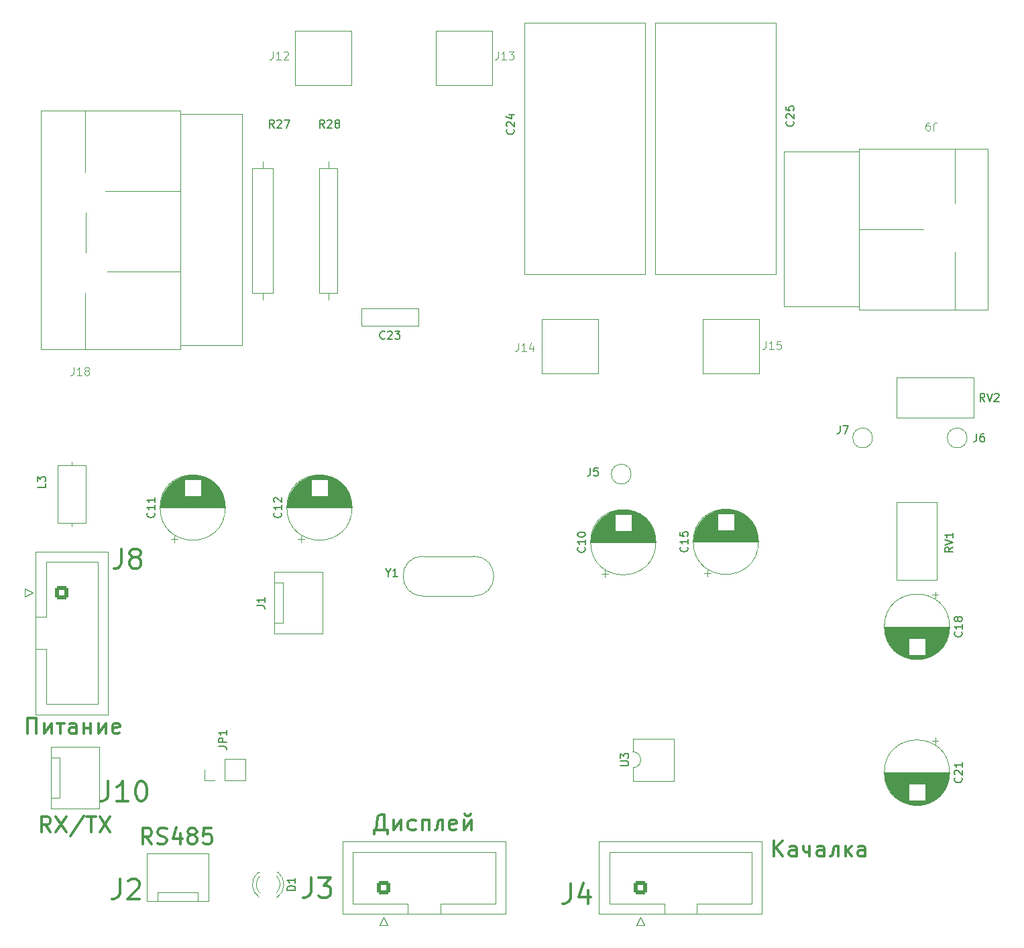
<source format=gto>
G04 #@! TF.GenerationSoftware,KiCad,Pcbnew,7.0.2*
G04 #@! TF.CreationDate,2023-07-17T11:38:03+02:00*
G04 #@! TF.ProjectId,Module_2,4d6f6475-6c65-45f3-922e-6b696361645f,rev?*
G04 #@! TF.SameCoordinates,Original*
G04 #@! TF.FileFunction,Legend,Top*
G04 #@! TF.FilePolarity,Positive*
%FSLAX46Y46*%
G04 Gerber Fmt 4.6, Leading zero omitted, Abs format (unit mm)*
G04 Created by KiCad (PCBNEW 7.0.2) date 2023-07-17 11:38:03*
%MOMM*%
%LPD*%
G01*
G04 APERTURE LIST*
G04 Aperture macros list*
%AMRoundRect*
0 Rectangle with rounded corners*
0 $1 Rounding radius*
0 $2 $3 $4 $5 $6 $7 $8 $9 X,Y pos of 4 corners*
0 Add a 4 corners polygon primitive as box body*
4,1,4,$2,$3,$4,$5,$6,$7,$8,$9,$2,$3,0*
0 Add four circle primitives for the rounded corners*
1,1,$1+$1,$2,$3*
1,1,$1+$1,$4,$5*
1,1,$1+$1,$6,$7*
1,1,$1+$1,$8,$9*
0 Add four rect primitives between the rounded corners*
20,1,$1+$1,$2,$3,$4,$5,0*
20,1,$1+$1,$4,$5,$6,$7,0*
20,1,$1+$1,$6,$7,$8,$9,0*
20,1,$1+$1,$8,$9,$2,$3,0*%
G04 Aperture macros list end*
%ADD10C,0.300000*%
%ADD11C,0.150000*%
%ADD12C,0.100000*%
%ADD13C,0.120000*%
%ADD14RoundRect,0.250000X-0.600000X-0.600000X0.600000X-0.600000X0.600000X0.600000X-0.600000X0.600000X0*%
%ADD15C,1.700000*%
%ADD16R,1.600000X1.600000*%
%ADD17C,1.600000*%
%ADD18C,5.000000*%
%ADD19C,2.400000*%
%ADD20O,2.400000X2.400000*%
%ADD21RoundRect,0.250000X0.600000X-0.600000X0.600000X0.600000X-0.600000X0.600000X-0.600000X-0.600000X0*%
%ADD22C,3.500000*%
%ADD23R,1.800000X1.800000*%
%ADD24C,1.800000*%
%ADD25R,1.730000X2.030000*%
%ADD26O,1.730000X2.030000*%
%ADD27C,2.000000*%
%ADD28C,1.500000*%
%ADD29O,1.600000X1.600000*%
%ADD30R,2.030000X1.730000*%
%ADD31O,2.030000X1.730000*%
%ADD32R,1.700000X1.700000*%
%ADD33O,1.700000X1.700000*%
%ADD34C,1.440000*%
%ADD35O,3.600000X3.600000*%
%ADD36R,4.500000X2.500000*%
%ADD37O,4.500000X2.500000*%
G04 APERTURE END LIST*
D10*
X135604190Y-136153238D02*
X135604190Y-134153238D01*
X136747047Y-136153238D02*
X135889904Y-135010380D01*
X136747047Y-134153238D02*
X135604190Y-135296095D01*
X138461333Y-136153238D02*
X138461333Y-135105619D01*
X138461333Y-135105619D02*
X138366095Y-134915142D01*
X138366095Y-134915142D02*
X138175619Y-134819904D01*
X138175619Y-134819904D02*
X137794666Y-134819904D01*
X137794666Y-134819904D02*
X137604190Y-134915142D01*
X138461333Y-136058000D02*
X138270857Y-136153238D01*
X138270857Y-136153238D02*
X137794666Y-136153238D01*
X137794666Y-136153238D02*
X137604190Y-136058000D01*
X137604190Y-136058000D02*
X137508952Y-135867523D01*
X137508952Y-135867523D02*
X137508952Y-135677047D01*
X137508952Y-135677047D02*
X137604190Y-135486571D01*
X137604190Y-135486571D02*
X137794666Y-135391333D01*
X137794666Y-135391333D02*
X138270857Y-135391333D01*
X138270857Y-135391333D02*
X138461333Y-135296095D01*
X140080381Y-134819904D02*
X140080381Y-136153238D01*
X139318476Y-134819904D02*
X139318476Y-135296095D01*
X139318476Y-135296095D02*
X139413714Y-135486571D01*
X139413714Y-135486571D02*
X139604190Y-135581809D01*
X139604190Y-135581809D02*
X140080381Y-135581809D01*
X141985143Y-136153238D02*
X141985143Y-135105619D01*
X141985143Y-135105619D02*
X141889905Y-134915142D01*
X141889905Y-134915142D02*
X141699429Y-134819904D01*
X141699429Y-134819904D02*
X141318476Y-134819904D01*
X141318476Y-134819904D02*
X141128000Y-134915142D01*
X141985143Y-136058000D02*
X141794667Y-136153238D01*
X141794667Y-136153238D02*
X141318476Y-136153238D01*
X141318476Y-136153238D02*
X141128000Y-136058000D01*
X141128000Y-136058000D02*
X141032762Y-135867523D01*
X141032762Y-135867523D02*
X141032762Y-135677047D01*
X141032762Y-135677047D02*
X141128000Y-135486571D01*
X141128000Y-135486571D02*
X141318476Y-135391333D01*
X141318476Y-135391333D02*
X141794667Y-135391333D01*
X141794667Y-135391333D02*
X141985143Y-135296095D01*
X143699429Y-136153238D02*
X143699429Y-134819904D01*
X143699429Y-134819904D02*
X143413714Y-134819904D01*
X143413714Y-134819904D02*
X143223238Y-134915142D01*
X143223238Y-134915142D02*
X143128000Y-135105619D01*
X143128000Y-135105619D02*
X143032762Y-135867523D01*
X143032762Y-135867523D02*
X142937524Y-136058000D01*
X142937524Y-136058000D02*
X142747048Y-136153238D01*
X144651810Y-134819904D02*
X144651810Y-136153238D01*
X144842286Y-135391333D02*
X145413715Y-136153238D01*
X145413715Y-134819904D02*
X144651810Y-135581809D01*
X147128001Y-136153238D02*
X147128001Y-135105619D01*
X147128001Y-135105619D02*
X147032763Y-134915142D01*
X147032763Y-134915142D02*
X146842287Y-134819904D01*
X146842287Y-134819904D02*
X146461334Y-134819904D01*
X146461334Y-134819904D02*
X146270858Y-134915142D01*
X147128001Y-136058000D02*
X146937525Y-136153238D01*
X146937525Y-136153238D02*
X146461334Y-136153238D01*
X146461334Y-136153238D02*
X146270858Y-136058000D01*
X146270858Y-136058000D02*
X146175620Y-135867523D01*
X146175620Y-135867523D02*
X146175620Y-135677047D01*
X146175620Y-135677047D02*
X146270858Y-135486571D01*
X146270858Y-135486571D02*
X146461334Y-135391333D01*
X146461334Y-135391333D02*
X146937525Y-135391333D01*
X146937525Y-135391333D02*
X147128001Y-135296095D01*
X41370190Y-120659238D02*
X41370190Y-118659238D01*
X41370190Y-118659238D02*
X42513047Y-118659238D01*
X42513047Y-118659238D02*
X42513047Y-120659238D01*
X43465428Y-119325904D02*
X43465428Y-120659238D01*
X43465428Y-120659238D02*
X44417809Y-119325904D01*
X44417809Y-119325904D02*
X44417809Y-120659238D01*
X45084476Y-119325904D02*
X46036857Y-119325904D01*
X45560666Y-119325904D02*
X45560666Y-120659238D01*
X47560666Y-120659238D02*
X47560666Y-119611619D01*
X47560666Y-119611619D02*
X47465428Y-119421142D01*
X47465428Y-119421142D02*
X47274952Y-119325904D01*
X47274952Y-119325904D02*
X46893999Y-119325904D01*
X46893999Y-119325904D02*
X46703523Y-119421142D01*
X47560666Y-120564000D02*
X47370190Y-120659238D01*
X47370190Y-120659238D02*
X46893999Y-120659238D01*
X46893999Y-120659238D02*
X46703523Y-120564000D01*
X46703523Y-120564000D02*
X46608285Y-120373523D01*
X46608285Y-120373523D02*
X46608285Y-120183047D01*
X46608285Y-120183047D02*
X46703523Y-119992571D01*
X46703523Y-119992571D02*
X46893999Y-119897333D01*
X46893999Y-119897333D02*
X47370190Y-119897333D01*
X47370190Y-119897333D02*
X47560666Y-119802095D01*
X48513047Y-119992571D02*
X49370190Y-119992571D01*
X48513047Y-119325904D02*
X48513047Y-120659238D01*
X49370190Y-119325904D02*
X49370190Y-120659238D01*
X50322571Y-119325904D02*
X50322571Y-120659238D01*
X50322571Y-120659238D02*
X51274952Y-119325904D01*
X51274952Y-119325904D02*
X51274952Y-120659238D01*
X52989238Y-120564000D02*
X52798762Y-120659238D01*
X52798762Y-120659238D02*
X52417809Y-120659238D01*
X52417809Y-120659238D02*
X52227333Y-120564000D01*
X52227333Y-120564000D02*
X52132095Y-120373523D01*
X52132095Y-120373523D02*
X52132095Y-119611619D01*
X52132095Y-119611619D02*
X52227333Y-119421142D01*
X52227333Y-119421142D02*
X52417809Y-119325904D01*
X52417809Y-119325904D02*
X52798762Y-119325904D01*
X52798762Y-119325904D02*
X52989238Y-119421142D01*
X52989238Y-119421142D02*
X53084476Y-119611619D01*
X53084476Y-119611619D02*
X53084476Y-119802095D01*
X53084476Y-119802095D02*
X52132095Y-119992571D01*
X44291047Y-133105238D02*
X43624380Y-132152857D01*
X43148190Y-133105238D02*
X43148190Y-131105238D01*
X43148190Y-131105238D02*
X43910095Y-131105238D01*
X43910095Y-131105238D02*
X44100571Y-131200476D01*
X44100571Y-131200476D02*
X44195809Y-131295714D01*
X44195809Y-131295714D02*
X44291047Y-131486190D01*
X44291047Y-131486190D02*
X44291047Y-131771904D01*
X44291047Y-131771904D02*
X44195809Y-131962380D01*
X44195809Y-131962380D02*
X44100571Y-132057619D01*
X44100571Y-132057619D02*
X43910095Y-132152857D01*
X43910095Y-132152857D02*
X43148190Y-132152857D01*
X44957714Y-131105238D02*
X46291047Y-133105238D01*
X46291047Y-131105238D02*
X44957714Y-133105238D01*
X48481523Y-131010000D02*
X46767238Y-133581428D01*
X48862476Y-131105238D02*
X50005333Y-131105238D01*
X49433904Y-133105238D02*
X49433904Y-131105238D01*
X50481524Y-131105238D02*
X51814857Y-133105238D01*
X51814857Y-131105238D02*
X50481524Y-133105238D01*
X86836000Y-133327428D02*
X86836000Y-132851238D01*
X86836000Y-132851238D02*
X85121714Y-132851238D01*
X85121714Y-132851238D02*
X85121714Y-133327428D01*
X86455047Y-132851238D02*
X86455047Y-130851238D01*
X86455047Y-130851238D02*
X85978857Y-130851238D01*
X85978857Y-130851238D02*
X85788380Y-130946476D01*
X85788380Y-130946476D02*
X85693142Y-131041714D01*
X85693142Y-131041714D02*
X85597904Y-131232190D01*
X85597904Y-131232190D02*
X85407428Y-132851238D01*
X87597904Y-131517904D02*
X87597904Y-132851238D01*
X87597904Y-132851238D02*
X88550285Y-131517904D01*
X88550285Y-131517904D02*
X88550285Y-132851238D01*
X90359809Y-132756000D02*
X90169333Y-132851238D01*
X90169333Y-132851238D02*
X89788380Y-132851238D01*
X89788380Y-132851238D02*
X89597904Y-132756000D01*
X89597904Y-132756000D02*
X89502666Y-132660761D01*
X89502666Y-132660761D02*
X89407428Y-132470285D01*
X89407428Y-132470285D02*
X89407428Y-131898857D01*
X89407428Y-131898857D02*
X89502666Y-131708380D01*
X89502666Y-131708380D02*
X89597904Y-131613142D01*
X89597904Y-131613142D02*
X89788380Y-131517904D01*
X89788380Y-131517904D02*
X90169333Y-131517904D01*
X90169333Y-131517904D02*
X90359809Y-131613142D01*
X91216952Y-132851238D02*
X91216952Y-131517904D01*
X91216952Y-131517904D02*
X92074095Y-131517904D01*
X92074095Y-131517904D02*
X92074095Y-132851238D01*
X93788381Y-132851238D02*
X93788381Y-131517904D01*
X93788381Y-131517904D02*
X93502666Y-131517904D01*
X93502666Y-131517904D02*
X93312190Y-131613142D01*
X93312190Y-131613142D02*
X93216952Y-131803619D01*
X93216952Y-131803619D02*
X93121714Y-132565523D01*
X93121714Y-132565523D02*
X93026476Y-132756000D01*
X93026476Y-132756000D02*
X92836000Y-132851238D01*
X95502667Y-132756000D02*
X95312191Y-132851238D01*
X95312191Y-132851238D02*
X94931238Y-132851238D01*
X94931238Y-132851238D02*
X94740762Y-132756000D01*
X94740762Y-132756000D02*
X94645524Y-132565523D01*
X94645524Y-132565523D02*
X94645524Y-131803619D01*
X94645524Y-131803619D02*
X94740762Y-131613142D01*
X94740762Y-131613142D02*
X94931238Y-131517904D01*
X94931238Y-131517904D02*
X95312191Y-131517904D01*
X95312191Y-131517904D02*
X95502667Y-131613142D01*
X95502667Y-131613142D02*
X95597905Y-131803619D01*
X95597905Y-131803619D02*
X95597905Y-131994095D01*
X95597905Y-131994095D02*
X94645524Y-132184571D01*
X96455048Y-131517904D02*
X96455048Y-132851238D01*
X96455048Y-132851238D02*
X97407429Y-131517904D01*
X97407429Y-131517904D02*
X97407429Y-132851238D01*
X96550286Y-130756000D02*
X96645524Y-130946476D01*
X96645524Y-130946476D02*
X96836000Y-131041714D01*
X96836000Y-131041714D02*
X97026477Y-131041714D01*
X97026477Y-131041714D02*
X97216953Y-130946476D01*
X97216953Y-130946476D02*
X97312191Y-130756000D01*
X57037559Y-134592117D02*
X56370892Y-133639736D01*
X55894702Y-134592117D02*
X55894702Y-132592117D01*
X55894702Y-132592117D02*
X56656607Y-132592117D01*
X56656607Y-132592117D02*
X56847083Y-132687355D01*
X56847083Y-132687355D02*
X56942321Y-132782593D01*
X56942321Y-132782593D02*
X57037559Y-132973069D01*
X57037559Y-132973069D02*
X57037559Y-133258783D01*
X57037559Y-133258783D02*
X56942321Y-133449259D01*
X56942321Y-133449259D02*
X56847083Y-133544498D01*
X56847083Y-133544498D02*
X56656607Y-133639736D01*
X56656607Y-133639736D02*
X55894702Y-133639736D01*
X57799464Y-134496879D02*
X58085178Y-134592117D01*
X58085178Y-134592117D02*
X58561369Y-134592117D01*
X58561369Y-134592117D02*
X58751845Y-134496879D01*
X58751845Y-134496879D02*
X58847083Y-134401640D01*
X58847083Y-134401640D02*
X58942321Y-134211164D01*
X58942321Y-134211164D02*
X58942321Y-134020688D01*
X58942321Y-134020688D02*
X58847083Y-133830212D01*
X58847083Y-133830212D02*
X58751845Y-133734974D01*
X58751845Y-133734974D02*
X58561369Y-133639736D01*
X58561369Y-133639736D02*
X58180416Y-133544498D01*
X58180416Y-133544498D02*
X57989940Y-133449259D01*
X57989940Y-133449259D02*
X57894702Y-133354021D01*
X57894702Y-133354021D02*
X57799464Y-133163545D01*
X57799464Y-133163545D02*
X57799464Y-132973069D01*
X57799464Y-132973069D02*
X57894702Y-132782593D01*
X57894702Y-132782593D02*
X57989940Y-132687355D01*
X57989940Y-132687355D02*
X58180416Y-132592117D01*
X58180416Y-132592117D02*
X58656607Y-132592117D01*
X58656607Y-132592117D02*
X58942321Y-132687355D01*
X60656607Y-133258783D02*
X60656607Y-134592117D01*
X60180416Y-132496879D02*
X59704226Y-133925450D01*
X59704226Y-133925450D02*
X60942321Y-133925450D01*
X61989940Y-133449259D02*
X61799464Y-133354021D01*
X61799464Y-133354021D02*
X61704226Y-133258783D01*
X61704226Y-133258783D02*
X61608988Y-133068307D01*
X61608988Y-133068307D02*
X61608988Y-132973069D01*
X61608988Y-132973069D02*
X61704226Y-132782593D01*
X61704226Y-132782593D02*
X61799464Y-132687355D01*
X61799464Y-132687355D02*
X61989940Y-132592117D01*
X61989940Y-132592117D02*
X62370893Y-132592117D01*
X62370893Y-132592117D02*
X62561369Y-132687355D01*
X62561369Y-132687355D02*
X62656607Y-132782593D01*
X62656607Y-132782593D02*
X62751845Y-132973069D01*
X62751845Y-132973069D02*
X62751845Y-133068307D01*
X62751845Y-133068307D02*
X62656607Y-133258783D01*
X62656607Y-133258783D02*
X62561369Y-133354021D01*
X62561369Y-133354021D02*
X62370893Y-133449259D01*
X62370893Y-133449259D02*
X61989940Y-133449259D01*
X61989940Y-133449259D02*
X61799464Y-133544498D01*
X61799464Y-133544498D02*
X61704226Y-133639736D01*
X61704226Y-133639736D02*
X61608988Y-133830212D01*
X61608988Y-133830212D02*
X61608988Y-134211164D01*
X61608988Y-134211164D02*
X61704226Y-134401640D01*
X61704226Y-134401640D02*
X61799464Y-134496879D01*
X61799464Y-134496879D02*
X61989940Y-134592117D01*
X61989940Y-134592117D02*
X62370893Y-134592117D01*
X62370893Y-134592117D02*
X62561369Y-134496879D01*
X62561369Y-134496879D02*
X62656607Y-134401640D01*
X62656607Y-134401640D02*
X62751845Y-134211164D01*
X62751845Y-134211164D02*
X62751845Y-133830212D01*
X62751845Y-133830212D02*
X62656607Y-133639736D01*
X62656607Y-133639736D02*
X62561369Y-133544498D01*
X62561369Y-133544498D02*
X62370893Y-133449259D01*
X64561369Y-132592117D02*
X63608988Y-132592117D01*
X63608988Y-132592117D02*
X63513750Y-133544498D01*
X63513750Y-133544498D02*
X63608988Y-133449259D01*
X63608988Y-133449259D02*
X63799464Y-133354021D01*
X63799464Y-133354021D02*
X64275655Y-133354021D01*
X64275655Y-133354021D02*
X64466131Y-133449259D01*
X64466131Y-133449259D02*
X64561369Y-133544498D01*
X64561369Y-133544498D02*
X64656607Y-133734974D01*
X64656607Y-133734974D02*
X64656607Y-134211164D01*
X64656607Y-134211164D02*
X64561369Y-134401640D01*
X64561369Y-134401640D02*
X64466131Y-134496879D01*
X64466131Y-134496879D02*
X64275655Y-134592117D01*
X64275655Y-134592117D02*
X63799464Y-134592117D01*
X63799464Y-134592117D02*
X63608988Y-134496879D01*
X63608988Y-134496879D02*
X63513750Y-134401640D01*
X53205941Y-97313087D02*
X53205941Y-99098801D01*
X53205941Y-99098801D02*
X53086894Y-99455944D01*
X53086894Y-99455944D02*
X52848798Y-99694040D01*
X52848798Y-99694040D02*
X52491656Y-99813087D01*
X52491656Y-99813087D02*
X52253560Y-99813087D01*
X54753560Y-98384516D02*
X54515465Y-98265468D01*
X54515465Y-98265468D02*
X54396418Y-98146420D01*
X54396418Y-98146420D02*
X54277370Y-97908325D01*
X54277370Y-97908325D02*
X54277370Y-97789278D01*
X54277370Y-97789278D02*
X54396418Y-97551182D01*
X54396418Y-97551182D02*
X54515465Y-97432135D01*
X54515465Y-97432135D02*
X54753560Y-97313087D01*
X54753560Y-97313087D02*
X55229751Y-97313087D01*
X55229751Y-97313087D02*
X55467846Y-97432135D01*
X55467846Y-97432135D02*
X55586894Y-97551182D01*
X55586894Y-97551182D02*
X55705941Y-97789278D01*
X55705941Y-97789278D02*
X55705941Y-97908325D01*
X55705941Y-97908325D02*
X55586894Y-98146420D01*
X55586894Y-98146420D02*
X55467846Y-98265468D01*
X55467846Y-98265468D02*
X55229751Y-98384516D01*
X55229751Y-98384516D02*
X54753560Y-98384516D01*
X54753560Y-98384516D02*
X54515465Y-98503563D01*
X54515465Y-98503563D02*
X54396418Y-98622611D01*
X54396418Y-98622611D02*
X54277370Y-98860706D01*
X54277370Y-98860706D02*
X54277370Y-99336897D01*
X54277370Y-99336897D02*
X54396418Y-99574992D01*
X54396418Y-99574992D02*
X54515465Y-99694040D01*
X54515465Y-99694040D02*
X54753560Y-99813087D01*
X54753560Y-99813087D02*
X55229751Y-99813087D01*
X55229751Y-99813087D02*
X55467846Y-99694040D01*
X55467846Y-99694040D02*
X55586894Y-99574992D01*
X55586894Y-99574992D02*
X55705941Y-99336897D01*
X55705941Y-99336897D02*
X55705941Y-98860706D01*
X55705941Y-98860706D02*
X55586894Y-98622611D01*
X55586894Y-98622611D02*
X55467846Y-98503563D01*
X55467846Y-98503563D02*
X55229751Y-98384516D01*
D11*
X57347380Y-92747508D02*
X57395000Y-92795127D01*
X57395000Y-92795127D02*
X57442619Y-92937984D01*
X57442619Y-92937984D02*
X57442619Y-93033222D01*
X57442619Y-93033222D02*
X57395000Y-93176079D01*
X57395000Y-93176079D02*
X57299761Y-93271317D01*
X57299761Y-93271317D02*
X57204523Y-93318936D01*
X57204523Y-93318936D02*
X57014047Y-93366555D01*
X57014047Y-93366555D02*
X56871190Y-93366555D01*
X56871190Y-93366555D02*
X56680714Y-93318936D01*
X56680714Y-93318936D02*
X56585476Y-93271317D01*
X56585476Y-93271317D02*
X56490238Y-93176079D01*
X56490238Y-93176079D02*
X56442619Y-93033222D01*
X56442619Y-93033222D02*
X56442619Y-92937984D01*
X56442619Y-92937984D02*
X56490238Y-92795127D01*
X56490238Y-92795127D02*
X56537857Y-92747508D01*
X57442619Y-91795127D02*
X57442619Y-92366555D01*
X57442619Y-92080841D02*
X56442619Y-92080841D01*
X56442619Y-92080841D02*
X56585476Y-92176079D01*
X56585476Y-92176079D02*
X56680714Y-92271317D01*
X56680714Y-92271317D02*
X56728333Y-92366555D01*
X57442619Y-90842746D02*
X57442619Y-91414174D01*
X57442619Y-91128460D02*
X56442619Y-91128460D01*
X56442619Y-91128460D02*
X56585476Y-91223698D01*
X56585476Y-91223698D02*
X56680714Y-91318936D01*
X56680714Y-91318936D02*
X56728333Y-91414174D01*
X111703380Y-97122857D02*
X111751000Y-97170476D01*
X111751000Y-97170476D02*
X111798619Y-97313333D01*
X111798619Y-97313333D02*
X111798619Y-97408571D01*
X111798619Y-97408571D02*
X111751000Y-97551428D01*
X111751000Y-97551428D02*
X111655761Y-97646666D01*
X111655761Y-97646666D02*
X111560523Y-97694285D01*
X111560523Y-97694285D02*
X111370047Y-97741904D01*
X111370047Y-97741904D02*
X111227190Y-97741904D01*
X111227190Y-97741904D02*
X111036714Y-97694285D01*
X111036714Y-97694285D02*
X110941476Y-97646666D01*
X110941476Y-97646666D02*
X110846238Y-97551428D01*
X110846238Y-97551428D02*
X110798619Y-97408571D01*
X110798619Y-97408571D02*
X110798619Y-97313333D01*
X110798619Y-97313333D02*
X110846238Y-97170476D01*
X110846238Y-97170476D02*
X110893857Y-97122857D01*
X111798619Y-96170476D02*
X111798619Y-96741904D01*
X111798619Y-96456190D02*
X110798619Y-96456190D01*
X110798619Y-96456190D02*
X110941476Y-96551428D01*
X110941476Y-96551428D02*
X111036714Y-96646666D01*
X111036714Y-96646666D02*
X111084333Y-96741904D01*
X110798619Y-95551428D02*
X110798619Y-95456190D01*
X110798619Y-95456190D02*
X110846238Y-95360952D01*
X110846238Y-95360952D02*
X110893857Y-95313333D01*
X110893857Y-95313333D02*
X110989095Y-95265714D01*
X110989095Y-95265714D02*
X111179571Y-95218095D01*
X111179571Y-95218095D02*
X111417666Y-95218095D01*
X111417666Y-95218095D02*
X111608142Y-95265714D01*
X111608142Y-95265714D02*
X111703380Y-95313333D01*
X111703380Y-95313333D02*
X111751000Y-95360952D01*
X111751000Y-95360952D02*
X111798619Y-95456190D01*
X111798619Y-95456190D02*
X111798619Y-95551428D01*
X111798619Y-95551428D02*
X111751000Y-95646666D01*
X111751000Y-95646666D02*
X111703380Y-95694285D01*
X111703380Y-95694285D02*
X111608142Y-95741904D01*
X111608142Y-95741904D02*
X111417666Y-95789523D01*
X111417666Y-95789523D02*
X111179571Y-95789523D01*
X111179571Y-95789523D02*
X110989095Y-95741904D01*
X110989095Y-95741904D02*
X110893857Y-95694285D01*
X110893857Y-95694285D02*
X110846238Y-95646666D01*
X110846238Y-95646666D02*
X110798619Y-95551428D01*
D12*
X134572476Y-71090619D02*
X134572476Y-71804904D01*
X134572476Y-71804904D02*
X134524857Y-71947761D01*
X134524857Y-71947761D02*
X134429619Y-72043000D01*
X134429619Y-72043000D02*
X134286762Y-72090619D01*
X134286762Y-72090619D02*
X134191524Y-72090619D01*
X135572476Y-72090619D02*
X135001048Y-72090619D01*
X135286762Y-72090619D02*
X135286762Y-71090619D01*
X135286762Y-71090619D02*
X135191524Y-71233476D01*
X135191524Y-71233476D02*
X135096286Y-71328714D01*
X135096286Y-71328714D02*
X135001048Y-71376333D01*
X136477238Y-71090619D02*
X136001048Y-71090619D01*
X136001048Y-71090619D02*
X135953429Y-71566809D01*
X135953429Y-71566809D02*
X136001048Y-71519190D01*
X136001048Y-71519190D02*
X136096286Y-71471571D01*
X136096286Y-71471571D02*
X136334381Y-71471571D01*
X136334381Y-71471571D02*
X136429619Y-71519190D01*
X136429619Y-71519190D02*
X136477238Y-71566809D01*
X136477238Y-71566809D02*
X136524857Y-71662047D01*
X136524857Y-71662047D02*
X136524857Y-71900142D01*
X136524857Y-71900142D02*
X136477238Y-71995380D01*
X136477238Y-71995380D02*
X136429619Y-72043000D01*
X136429619Y-72043000D02*
X136334381Y-72090619D01*
X136334381Y-72090619D02*
X136096286Y-72090619D01*
X136096286Y-72090619D02*
X136001048Y-72043000D01*
X136001048Y-72043000D02*
X135953429Y-71995380D01*
D11*
X72509142Y-44150619D02*
X72175809Y-43674428D01*
X71937714Y-44150619D02*
X71937714Y-43150619D01*
X71937714Y-43150619D02*
X72318666Y-43150619D01*
X72318666Y-43150619D02*
X72413904Y-43198238D01*
X72413904Y-43198238D02*
X72461523Y-43245857D01*
X72461523Y-43245857D02*
X72509142Y-43341095D01*
X72509142Y-43341095D02*
X72509142Y-43483952D01*
X72509142Y-43483952D02*
X72461523Y-43579190D01*
X72461523Y-43579190D02*
X72413904Y-43626809D01*
X72413904Y-43626809D02*
X72318666Y-43674428D01*
X72318666Y-43674428D02*
X71937714Y-43674428D01*
X72890095Y-43245857D02*
X72937714Y-43198238D01*
X72937714Y-43198238D02*
X73032952Y-43150619D01*
X73032952Y-43150619D02*
X73271047Y-43150619D01*
X73271047Y-43150619D02*
X73366285Y-43198238D01*
X73366285Y-43198238D02*
X73413904Y-43245857D01*
X73413904Y-43245857D02*
X73461523Y-43341095D01*
X73461523Y-43341095D02*
X73461523Y-43436333D01*
X73461523Y-43436333D02*
X73413904Y-43579190D01*
X73413904Y-43579190D02*
X72842476Y-44150619D01*
X72842476Y-44150619D02*
X73461523Y-44150619D01*
X73794857Y-43150619D02*
X74461523Y-43150619D01*
X74461523Y-43150619D02*
X74032952Y-44150619D01*
X73349380Y-92747508D02*
X73397000Y-92795127D01*
X73397000Y-92795127D02*
X73444619Y-92937984D01*
X73444619Y-92937984D02*
X73444619Y-93033222D01*
X73444619Y-93033222D02*
X73397000Y-93176079D01*
X73397000Y-93176079D02*
X73301761Y-93271317D01*
X73301761Y-93271317D02*
X73206523Y-93318936D01*
X73206523Y-93318936D02*
X73016047Y-93366555D01*
X73016047Y-93366555D02*
X72873190Y-93366555D01*
X72873190Y-93366555D02*
X72682714Y-93318936D01*
X72682714Y-93318936D02*
X72587476Y-93271317D01*
X72587476Y-93271317D02*
X72492238Y-93176079D01*
X72492238Y-93176079D02*
X72444619Y-93033222D01*
X72444619Y-93033222D02*
X72444619Y-92937984D01*
X72444619Y-92937984D02*
X72492238Y-92795127D01*
X72492238Y-92795127D02*
X72539857Y-92747508D01*
X73444619Y-91795127D02*
X73444619Y-92366555D01*
X73444619Y-92080841D02*
X72444619Y-92080841D01*
X72444619Y-92080841D02*
X72587476Y-92176079D01*
X72587476Y-92176079D02*
X72682714Y-92271317D01*
X72682714Y-92271317D02*
X72730333Y-92366555D01*
X72539857Y-91414174D02*
X72492238Y-91366555D01*
X72492238Y-91366555D02*
X72444619Y-91271317D01*
X72444619Y-91271317D02*
X72444619Y-91033222D01*
X72444619Y-91033222D02*
X72492238Y-90937984D01*
X72492238Y-90937984D02*
X72539857Y-90890365D01*
X72539857Y-90890365D02*
X72635095Y-90842746D01*
X72635095Y-90842746D02*
X72730333Y-90842746D01*
X72730333Y-90842746D02*
X72873190Y-90890365D01*
X72873190Y-90890365D02*
X73444619Y-91461793D01*
X73444619Y-91461793D02*
X73444619Y-90842746D01*
D10*
X109910666Y-139626547D02*
X109910666Y-141412261D01*
X109910666Y-141412261D02*
X109791619Y-141769404D01*
X109791619Y-141769404D02*
X109553523Y-142007500D01*
X109553523Y-142007500D02*
X109196381Y-142126547D01*
X109196381Y-142126547D02*
X108958285Y-142126547D01*
X112172571Y-140459880D02*
X112172571Y-142126547D01*
X111577333Y-139507500D02*
X110982095Y-141293214D01*
X110982095Y-141293214D02*
X112529714Y-141293214D01*
X77144666Y-138864547D02*
X77144666Y-140650261D01*
X77144666Y-140650261D02*
X77025619Y-141007404D01*
X77025619Y-141007404D02*
X76787523Y-141245500D01*
X76787523Y-141245500D02*
X76430381Y-141364547D01*
X76430381Y-141364547D02*
X76192285Y-141364547D01*
X78097047Y-138864547D02*
X79644666Y-138864547D01*
X79644666Y-138864547D02*
X78811333Y-139816928D01*
X78811333Y-139816928D02*
X79168476Y-139816928D01*
X79168476Y-139816928D02*
X79406571Y-139935976D01*
X79406571Y-139935976D02*
X79525619Y-140055023D01*
X79525619Y-140055023D02*
X79644666Y-140293119D01*
X79644666Y-140293119D02*
X79644666Y-140888357D01*
X79644666Y-140888357D02*
X79525619Y-141126452D01*
X79525619Y-141126452D02*
X79406571Y-141245500D01*
X79406571Y-141245500D02*
X79168476Y-141364547D01*
X79168476Y-141364547D02*
X78454190Y-141364547D01*
X78454190Y-141364547D02*
X78216095Y-141245500D01*
X78216095Y-141245500D02*
X78097047Y-141126452D01*
D11*
X159287380Y-107797857D02*
X159335000Y-107845476D01*
X159335000Y-107845476D02*
X159382619Y-107988333D01*
X159382619Y-107988333D02*
X159382619Y-108083571D01*
X159382619Y-108083571D02*
X159335000Y-108226428D01*
X159335000Y-108226428D02*
X159239761Y-108321666D01*
X159239761Y-108321666D02*
X159144523Y-108369285D01*
X159144523Y-108369285D02*
X158954047Y-108416904D01*
X158954047Y-108416904D02*
X158811190Y-108416904D01*
X158811190Y-108416904D02*
X158620714Y-108369285D01*
X158620714Y-108369285D02*
X158525476Y-108321666D01*
X158525476Y-108321666D02*
X158430238Y-108226428D01*
X158430238Y-108226428D02*
X158382619Y-108083571D01*
X158382619Y-108083571D02*
X158382619Y-107988333D01*
X158382619Y-107988333D02*
X158430238Y-107845476D01*
X158430238Y-107845476D02*
X158477857Y-107797857D01*
X159382619Y-106845476D02*
X159382619Y-107416904D01*
X159382619Y-107131190D02*
X158382619Y-107131190D01*
X158382619Y-107131190D02*
X158525476Y-107226428D01*
X158525476Y-107226428D02*
X158620714Y-107321666D01*
X158620714Y-107321666D02*
X158668333Y-107416904D01*
X158811190Y-106274047D02*
X158763571Y-106369285D01*
X158763571Y-106369285D02*
X158715952Y-106416904D01*
X158715952Y-106416904D02*
X158620714Y-106464523D01*
X158620714Y-106464523D02*
X158573095Y-106464523D01*
X158573095Y-106464523D02*
X158477857Y-106416904D01*
X158477857Y-106416904D02*
X158430238Y-106369285D01*
X158430238Y-106369285D02*
X158382619Y-106274047D01*
X158382619Y-106274047D02*
X158382619Y-106083571D01*
X158382619Y-106083571D02*
X158430238Y-105988333D01*
X158430238Y-105988333D02*
X158477857Y-105940714D01*
X158477857Y-105940714D02*
X158573095Y-105893095D01*
X158573095Y-105893095D02*
X158620714Y-105893095D01*
X158620714Y-105893095D02*
X158715952Y-105940714D01*
X158715952Y-105940714D02*
X158763571Y-105988333D01*
X158763571Y-105988333D02*
X158811190Y-106083571D01*
X158811190Y-106083571D02*
X158811190Y-106274047D01*
X158811190Y-106274047D02*
X158858809Y-106369285D01*
X158858809Y-106369285D02*
X158906428Y-106416904D01*
X158906428Y-106416904D02*
X159001666Y-106464523D01*
X159001666Y-106464523D02*
X159192142Y-106464523D01*
X159192142Y-106464523D02*
X159287380Y-106416904D01*
X159287380Y-106416904D02*
X159335000Y-106369285D01*
X159335000Y-106369285D02*
X159382619Y-106274047D01*
X159382619Y-106274047D02*
X159382619Y-106083571D01*
X159382619Y-106083571D02*
X159335000Y-105988333D01*
X159335000Y-105988333D02*
X159287380Y-105940714D01*
X159287380Y-105940714D02*
X159192142Y-105893095D01*
X159192142Y-105893095D02*
X159001666Y-105893095D01*
X159001666Y-105893095D02*
X158906428Y-105940714D01*
X158906428Y-105940714D02*
X158858809Y-105988333D01*
X158858809Y-105988333D02*
X158811190Y-106083571D01*
D12*
X155781333Y-44479380D02*
X155781333Y-43765095D01*
X155781333Y-43765095D02*
X155828952Y-43622238D01*
X155828952Y-43622238D02*
X155924190Y-43527000D01*
X155924190Y-43527000D02*
X156067047Y-43479380D01*
X156067047Y-43479380D02*
X156162285Y-43479380D01*
X155257523Y-43479380D02*
X155067047Y-43479380D01*
X155067047Y-43479380D02*
X154971809Y-43527000D01*
X154971809Y-43527000D02*
X154924190Y-43574619D01*
X154924190Y-43574619D02*
X154828952Y-43717476D01*
X154828952Y-43717476D02*
X154781333Y-43907952D01*
X154781333Y-43907952D02*
X154781333Y-44288904D01*
X154781333Y-44288904D02*
X154828952Y-44384142D01*
X154828952Y-44384142D02*
X154876571Y-44431761D01*
X154876571Y-44431761D02*
X154971809Y-44479380D01*
X154971809Y-44479380D02*
X155162285Y-44479380D01*
X155162285Y-44479380D02*
X155257523Y-44431761D01*
X155257523Y-44431761D02*
X155305142Y-44384142D01*
X155305142Y-44384142D02*
X155352761Y-44288904D01*
X155352761Y-44288904D02*
X155352761Y-44050809D01*
X155352761Y-44050809D02*
X155305142Y-43955571D01*
X155305142Y-43955571D02*
X155257523Y-43907952D01*
X155257523Y-43907952D02*
X155162285Y-43860333D01*
X155162285Y-43860333D02*
X154971809Y-43860333D01*
X154971809Y-43860333D02*
X154876571Y-43907952D01*
X154876571Y-43907952D02*
X154828952Y-43955571D01*
X154828952Y-43955571D02*
X154781333Y-44050809D01*
D11*
X75177619Y-140438094D02*
X74177619Y-140438094D01*
X74177619Y-140438094D02*
X74177619Y-140199999D01*
X74177619Y-140199999D02*
X74225238Y-140057142D01*
X74225238Y-140057142D02*
X74320476Y-139961904D01*
X74320476Y-139961904D02*
X74415714Y-139914285D01*
X74415714Y-139914285D02*
X74606190Y-139866666D01*
X74606190Y-139866666D02*
X74749047Y-139866666D01*
X74749047Y-139866666D02*
X74939523Y-139914285D01*
X74939523Y-139914285D02*
X75034761Y-139961904D01*
X75034761Y-139961904D02*
X75130000Y-140057142D01*
X75130000Y-140057142D02*
X75177619Y-140199999D01*
X75177619Y-140199999D02*
X75177619Y-140438094D01*
X75177619Y-138914285D02*
X75177619Y-139485713D01*
X75177619Y-139199999D02*
X74177619Y-139199999D01*
X74177619Y-139199999D02*
X74320476Y-139295237D01*
X74320476Y-139295237D02*
X74415714Y-139390475D01*
X74415714Y-139390475D02*
X74463333Y-139485713D01*
D10*
X53030347Y-139028625D02*
X53030347Y-140814339D01*
X53030347Y-140814339D02*
X52911300Y-141171482D01*
X52911300Y-141171482D02*
X52673204Y-141409578D01*
X52673204Y-141409578D02*
X52316062Y-141528625D01*
X52316062Y-141528625D02*
X52077966Y-141528625D01*
X54101776Y-139266720D02*
X54220824Y-139147673D01*
X54220824Y-139147673D02*
X54458919Y-139028625D01*
X54458919Y-139028625D02*
X55054157Y-139028625D01*
X55054157Y-139028625D02*
X55292252Y-139147673D01*
X55292252Y-139147673D02*
X55411300Y-139266720D01*
X55411300Y-139266720D02*
X55530347Y-139504816D01*
X55530347Y-139504816D02*
X55530347Y-139742911D01*
X55530347Y-139742911D02*
X55411300Y-140100054D01*
X55411300Y-140100054D02*
X53982728Y-141528625D01*
X53982728Y-141528625D02*
X55530347Y-141528625D01*
D11*
X161210666Y-82774619D02*
X161210666Y-83488904D01*
X161210666Y-83488904D02*
X161163047Y-83631761D01*
X161163047Y-83631761D02*
X161067809Y-83727000D01*
X161067809Y-83727000D02*
X160924952Y-83774619D01*
X160924952Y-83774619D02*
X160829714Y-83774619D01*
X162115428Y-82774619D02*
X161924952Y-82774619D01*
X161924952Y-82774619D02*
X161829714Y-82822238D01*
X161829714Y-82822238D02*
X161782095Y-82869857D01*
X161782095Y-82869857D02*
X161686857Y-83012714D01*
X161686857Y-83012714D02*
X161639238Y-83203190D01*
X161639238Y-83203190D02*
X161639238Y-83584142D01*
X161639238Y-83584142D02*
X161686857Y-83679380D01*
X161686857Y-83679380D02*
X161734476Y-83727000D01*
X161734476Y-83727000D02*
X161829714Y-83774619D01*
X161829714Y-83774619D02*
X162020190Y-83774619D01*
X162020190Y-83774619D02*
X162115428Y-83727000D01*
X162115428Y-83727000D02*
X162163047Y-83679380D01*
X162163047Y-83679380D02*
X162210666Y-83584142D01*
X162210666Y-83584142D02*
X162210666Y-83346047D01*
X162210666Y-83346047D02*
X162163047Y-83250809D01*
X162163047Y-83250809D02*
X162115428Y-83203190D01*
X162115428Y-83203190D02*
X162020190Y-83155571D01*
X162020190Y-83155571D02*
X161829714Y-83155571D01*
X161829714Y-83155571D02*
X161734476Y-83203190D01*
X161734476Y-83203190D02*
X161686857Y-83250809D01*
X161686857Y-83250809D02*
X161639238Y-83346047D01*
D12*
X47196476Y-74392619D02*
X47196476Y-75106904D01*
X47196476Y-75106904D02*
X47148857Y-75249761D01*
X47148857Y-75249761D02*
X47053619Y-75345000D01*
X47053619Y-75345000D02*
X46910762Y-75392619D01*
X46910762Y-75392619D02*
X46815524Y-75392619D01*
X48196476Y-75392619D02*
X47625048Y-75392619D01*
X47910762Y-75392619D02*
X47910762Y-74392619D01*
X47910762Y-74392619D02*
X47815524Y-74535476D01*
X47815524Y-74535476D02*
X47720286Y-74630714D01*
X47720286Y-74630714D02*
X47625048Y-74678333D01*
X48767905Y-74821190D02*
X48672667Y-74773571D01*
X48672667Y-74773571D02*
X48625048Y-74725952D01*
X48625048Y-74725952D02*
X48577429Y-74630714D01*
X48577429Y-74630714D02*
X48577429Y-74583095D01*
X48577429Y-74583095D02*
X48625048Y-74487857D01*
X48625048Y-74487857D02*
X48672667Y-74440238D01*
X48672667Y-74440238D02*
X48767905Y-74392619D01*
X48767905Y-74392619D02*
X48958381Y-74392619D01*
X48958381Y-74392619D02*
X49053619Y-74440238D01*
X49053619Y-74440238D02*
X49101238Y-74487857D01*
X49101238Y-74487857D02*
X49148857Y-74583095D01*
X49148857Y-74583095D02*
X49148857Y-74630714D01*
X49148857Y-74630714D02*
X49101238Y-74725952D01*
X49101238Y-74725952D02*
X49053619Y-74773571D01*
X49053619Y-74773571D02*
X48958381Y-74821190D01*
X48958381Y-74821190D02*
X48767905Y-74821190D01*
X48767905Y-74821190D02*
X48672667Y-74868809D01*
X48672667Y-74868809D02*
X48625048Y-74916428D01*
X48625048Y-74916428D02*
X48577429Y-75011666D01*
X48577429Y-75011666D02*
X48577429Y-75202142D01*
X48577429Y-75202142D02*
X48625048Y-75297380D01*
X48625048Y-75297380D02*
X48672667Y-75345000D01*
X48672667Y-75345000D02*
X48767905Y-75392619D01*
X48767905Y-75392619D02*
X48958381Y-75392619D01*
X48958381Y-75392619D02*
X49053619Y-75345000D01*
X49053619Y-75345000D02*
X49101238Y-75297380D01*
X49101238Y-75297380D02*
X49148857Y-75202142D01*
X49148857Y-75202142D02*
X49148857Y-75011666D01*
X49148857Y-75011666D02*
X49101238Y-74916428D01*
X49101238Y-74916428D02*
X49053619Y-74868809D01*
X49053619Y-74868809D02*
X48958381Y-74821190D01*
D11*
X86899809Y-100316428D02*
X86899809Y-100792619D01*
X86566476Y-99792619D02*
X86899809Y-100316428D01*
X86899809Y-100316428D02*
X87233142Y-99792619D01*
X88090285Y-100792619D02*
X87518857Y-100792619D01*
X87804571Y-100792619D02*
X87804571Y-99792619D01*
X87804571Y-99792619D02*
X87709333Y-99935476D01*
X87709333Y-99935476D02*
X87614095Y-100030714D01*
X87614095Y-100030714D02*
X87518857Y-100078333D01*
X78859142Y-44150619D02*
X78525809Y-43674428D01*
X78287714Y-44150619D02*
X78287714Y-43150619D01*
X78287714Y-43150619D02*
X78668666Y-43150619D01*
X78668666Y-43150619D02*
X78763904Y-43198238D01*
X78763904Y-43198238D02*
X78811523Y-43245857D01*
X78811523Y-43245857D02*
X78859142Y-43341095D01*
X78859142Y-43341095D02*
X78859142Y-43483952D01*
X78859142Y-43483952D02*
X78811523Y-43579190D01*
X78811523Y-43579190D02*
X78763904Y-43626809D01*
X78763904Y-43626809D02*
X78668666Y-43674428D01*
X78668666Y-43674428D02*
X78287714Y-43674428D01*
X79240095Y-43245857D02*
X79287714Y-43198238D01*
X79287714Y-43198238D02*
X79382952Y-43150619D01*
X79382952Y-43150619D02*
X79621047Y-43150619D01*
X79621047Y-43150619D02*
X79716285Y-43198238D01*
X79716285Y-43198238D02*
X79763904Y-43245857D01*
X79763904Y-43245857D02*
X79811523Y-43341095D01*
X79811523Y-43341095D02*
X79811523Y-43436333D01*
X79811523Y-43436333D02*
X79763904Y-43579190D01*
X79763904Y-43579190D02*
X79192476Y-44150619D01*
X79192476Y-44150619D02*
X79811523Y-44150619D01*
X80382952Y-43579190D02*
X80287714Y-43531571D01*
X80287714Y-43531571D02*
X80240095Y-43483952D01*
X80240095Y-43483952D02*
X80192476Y-43388714D01*
X80192476Y-43388714D02*
X80192476Y-43341095D01*
X80192476Y-43341095D02*
X80240095Y-43245857D01*
X80240095Y-43245857D02*
X80287714Y-43198238D01*
X80287714Y-43198238D02*
X80382952Y-43150619D01*
X80382952Y-43150619D02*
X80573428Y-43150619D01*
X80573428Y-43150619D02*
X80668666Y-43198238D01*
X80668666Y-43198238D02*
X80716285Y-43245857D01*
X80716285Y-43245857D02*
X80763904Y-43341095D01*
X80763904Y-43341095D02*
X80763904Y-43388714D01*
X80763904Y-43388714D02*
X80716285Y-43483952D01*
X80716285Y-43483952D02*
X80668666Y-43531571D01*
X80668666Y-43531571D02*
X80573428Y-43579190D01*
X80573428Y-43579190D02*
X80382952Y-43579190D01*
X80382952Y-43579190D02*
X80287714Y-43626809D01*
X80287714Y-43626809D02*
X80240095Y-43674428D01*
X80240095Y-43674428D02*
X80192476Y-43769666D01*
X80192476Y-43769666D02*
X80192476Y-43960142D01*
X80192476Y-43960142D02*
X80240095Y-44055380D01*
X80240095Y-44055380D02*
X80287714Y-44103000D01*
X80287714Y-44103000D02*
X80382952Y-44150619D01*
X80382952Y-44150619D02*
X80573428Y-44150619D01*
X80573428Y-44150619D02*
X80668666Y-44103000D01*
X80668666Y-44103000D02*
X80716285Y-44055380D01*
X80716285Y-44055380D02*
X80763904Y-43960142D01*
X80763904Y-43960142D02*
X80763904Y-43769666D01*
X80763904Y-43769666D02*
X80716285Y-43674428D01*
X80716285Y-43674428D02*
X80668666Y-43626809D01*
X80668666Y-43626809D02*
X80573428Y-43579190D01*
X116258619Y-124713904D02*
X117068142Y-124713904D01*
X117068142Y-124713904D02*
X117163380Y-124666285D01*
X117163380Y-124666285D02*
X117211000Y-124618666D01*
X117211000Y-124618666D02*
X117258619Y-124523428D01*
X117258619Y-124523428D02*
X117258619Y-124332952D01*
X117258619Y-124332952D02*
X117211000Y-124237714D01*
X117211000Y-124237714D02*
X117163380Y-124190095D01*
X117163380Y-124190095D02*
X117068142Y-124142476D01*
X117068142Y-124142476D02*
X116258619Y-124142476D01*
X116258619Y-123761523D02*
X116258619Y-123142476D01*
X116258619Y-123142476D02*
X116639571Y-123475809D01*
X116639571Y-123475809D02*
X116639571Y-123332952D01*
X116639571Y-123332952D02*
X116687190Y-123237714D01*
X116687190Y-123237714D02*
X116734809Y-123190095D01*
X116734809Y-123190095D02*
X116830047Y-123142476D01*
X116830047Y-123142476D02*
X117068142Y-123142476D01*
X117068142Y-123142476D02*
X117163380Y-123190095D01*
X117163380Y-123190095D02*
X117211000Y-123237714D01*
X117211000Y-123237714D02*
X117258619Y-123332952D01*
X117258619Y-123332952D02*
X117258619Y-123618666D01*
X117258619Y-123618666D02*
X117211000Y-123713904D01*
X117211000Y-123713904D02*
X117163380Y-123761523D01*
X102729380Y-44330857D02*
X102777000Y-44378476D01*
X102777000Y-44378476D02*
X102824619Y-44521333D01*
X102824619Y-44521333D02*
X102824619Y-44616571D01*
X102824619Y-44616571D02*
X102777000Y-44759428D01*
X102777000Y-44759428D02*
X102681761Y-44854666D01*
X102681761Y-44854666D02*
X102586523Y-44902285D01*
X102586523Y-44902285D02*
X102396047Y-44949904D01*
X102396047Y-44949904D02*
X102253190Y-44949904D01*
X102253190Y-44949904D02*
X102062714Y-44902285D01*
X102062714Y-44902285D02*
X101967476Y-44854666D01*
X101967476Y-44854666D02*
X101872238Y-44759428D01*
X101872238Y-44759428D02*
X101824619Y-44616571D01*
X101824619Y-44616571D02*
X101824619Y-44521333D01*
X101824619Y-44521333D02*
X101872238Y-44378476D01*
X101872238Y-44378476D02*
X101919857Y-44330857D01*
X101919857Y-43949904D02*
X101872238Y-43902285D01*
X101872238Y-43902285D02*
X101824619Y-43807047D01*
X101824619Y-43807047D02*
X101824619Y-43568952D01*
X101824619Y-43568952D02*
X101872238Y-43473714D01*
X101872238Y-43473714D02*
X101919857Y-43426095D01*
X101919857Y-43426095D02*
X102015095Y-43378476D01*
X102015095Y-43378476D02*
X102110333Y-43378476D01*
X102110333Y-43378476D02*
X102253190Y-43426095D01*
X102253190Y-43426095D02*
X102824619Y-43997523D01*
X102824619Y-43997523D02*
X102824619Y-43378476D01*
X102157952Y-42521333D02*
X102824619Y-42521333D01*
X101777000Y-42759428D02*
X102491285Y-42997523D01*
X102491285Y-42997523D02*
X102491285Y-42378476D01*
X112442666Y-87092619D02*
X112442666Y-87806904D01*
X112442666Y-87806904D02*
X112395047Y-87949761D01*
X112395047Y-87949761D02*
X112299809Y-88045000D01*
X112299809Y-88045000D02*
X112156952Y-88092619D01*
X112156952Y-88092619D02*
X112061714Y-88092619D01*
X113395047Y-87092619D02*
X112918857Y-87092619D01*
X112918857Y-87092619D02*
X112871238Y-87568809D01*
X112871238Y-87568809D02*
X112918857Y-87521190D01*
X112918857Y-87521190D02*
X113014095Y-87473571D01*
X113014095Y-87473571D02*
X113252190Y-87473571D01*
X113252190Y-87473571D02*
X113347428Y-87521190D01*
X113347428Y-87521190D02*
X113395047Y-87568809D01*
X113395047Y-87568809D02*
X113442666Y-87664047D01*
X113442666Y-87664047D02*
X113442666Y-87902142D01*
X113442666Y-87902142D02*
X113395047Y-87997380D01*
X113395047Y-87997380D02*
X113347428Y-88045000D01*
X113347428Y-88045000D02*
X113252190Y-88092619D01*
X113252190Y-88092619D02*
X113014095Y-88092619D01*
X113014095Y-88092619D02*
X112918857Y-88045000D01*
X112918857Y-88045000D02*
X112871238Y-87997380D01*
X43642619Y-89066666D02*
X43642619Y-89542856D01*
X43642619Y-89542856D02*
X42642619Y-89542856D01*
X42642619Y-88828570D02*
X42642619Y-88209523D01*
X42642619Y-88209523D02*
X43023571Y-88542856D01*
X43023571Y-88542856D02*
X43023571Y-88399999D01*
X43023571Y-88399999D02*
X43071190Y-88304761D01*
X43071190Y-88304761D02*
X43118809Y-88257142D01*
X43118809Y-88257142D02*
X43214047Y-88209523D01*
X43214047Y-88209523D02*
X43452142Y-88209523D01*
X43452142Y-88209523D02*
X43547380Y-88257142D01*
X43547380Y-88257142D02*
X43595000Y-88304761D01*
X43595000Y-88304761D02*
X43642619Y-88399999D01*
X43642619Y-88399999D02*
X43642619Y-88685713D01*
X43642619Y-88685713D02*
X43595000Y-88780951D01*
X43595000Y-88780951D02*
X43547380Y-88828570D01*
X86479142Y-70725380D02*
X86431523Y-70773000D01*
X86431523Y-70773000D02*
X86288666Y-70820619D01*
X86288666Y-70820619D02*
X86193428Y-70820619D01*
X86193428Y-70820619D02*
X86050571Y-70773000D01*
X86050571Y-70773000D02*
X85955333Y-70677761D01*
X85955333Y-70677761D02*
X85907714Y-70582523D01*
X85907714Y-70582523D02*
X85860095Y-70392047D01*
X85860095Y-70392047D02*
X85860095Y-70249190D01*
X85860095Y-70249190D02*
X85907714Y-70058714D01*
X85907714Y-70058714D02*
X85955333Y-69963476D01*
X85955333Y-69963476D02*
X86050571Y-69868238D01*
X86050571Y-69868238D02*
X86193428Y-69820619D01*
X86193428Y-69820619D02*
X86288666Y-69820619D01*
X86288666Y-69820619D02*
X86431523Y-69868238D01*
X86431523Y-69868238D02*
X86479142Y-69915857D01*
X86860095Y-69915857D02*
X86907714Y-69868238D01*
X86907714Y-69868238D02*
X87002952Y-69820619D01*
X87002952Y-69820619D02*
X87241047Y-69820619D01*
X87241047Y-69820619D02*
X87336285Y-69868238D01*
X87336285Y-69868238D02*
X87383904Y-69915857D01*
X87383904Y-69915857D02*
X87431523Y-70011095D01*
X87431523Y-70011095D02*
X87431523Y-70106333D01*
X87431523Y-70106333D02*
X87383904Y-70249190D01*
X87383904Y-70249190D02*
X86812476Y-70820619D01*
X86812476Y-70820619D02*
X87431523Y-70820619D01*
X87764857Y-69820619D02*
X88383904Y-69820619D01*
X88383904Y-69820619D02*
X88050571Y-70201571D01*
X88050571Y-70201571D02*
X88193428Y-70201571D01*
X88193428Y-70201571D02*
X88288666Y-70249190D01*
X88288666Y-70249190D02*
X88336285Y-70296809D01*
X88336285Y-70296809D02*
X88383904Y-70392047D01*
X88383904Y-70392047D02*
X88383904Y-70630142D01*
X88383904Y-70630142D02*
X88336285Y-70725380D01*
X88336285Y-70725380D02*
X88288666Y-70773000D01*
X88288666Y-70773000D02*
X88193428Y-70820619D01*
X88193428Y-70820619D02*
X87907714Y-70820619D01*
X87907714Y-70820619D02*
X87812476Y-70773000D01*
X87812476Y-70773000D02*
X87764857Y-70725380D01*
D12*
X72342476Y-34514619D02*
X72342476Y-35228904D01*
X72342476Y-35228904D02*
X72294857Y-35371761D01*
X72294857Y-35371761D02*
X72199619Y-35467000D01*
X72199619Y-35467000D02*
X72056762Y-35514619D01*
X72056762Y-35514619D02*
X71961524Y-35514619D01*
X73342476Y-35514619D02*
X72771048Y-35514619D01*
X73056762Y-35514619D02*
X73056762Y-34514619D01*
X73056762Y-34514619D02*
X72961524Y-34657476D01*
X72961524Y-34657476D02*
X72866286Y-34752714D01*
X72866286Y-34752714D02*
X72771048Y-34800333D01*
X73723429Y-34609857D02*
X73771048Y-34562238D01*
X73771048Y-34562238D02*
X73866286Y-34514619D01*
X73866286Y-34514619D02*
X74104381Y-34514619D01*
X74104381Y-34514619D02*
X74199619Y-34562238D01*
X74199619Y-34562238D02*
X74247238Y-34609857D01*
X74247238Y-34609857D02*
X74294857Y-34705095D01*
X74294857Y-34705095D02*
X74294857Y-34800333D01*
X74294857Y-34800333D02*
X74247238Y-34943190D01*
X74247238Y-34943190D02*
X73675810Y-35514619D01*
X73675810Y-35514619D02*
X74294857Y-35514619D01*
D11*
X138035380Y-43314857D02*
X138083000Y-43362476D01*
X138083000Y-43362476D02*
X138130619Y-43505333D01*
X138130619Y-43505333D02*
X138130619Y-43600571D01*
X138130619Y-43600571D02*
X138083000Y-43743428D01*
X138083000Y-43743428D02*
X137987761Y-43838666D01*
X137987761Y-43838666D02*
X137892523Y-43886285D01*
X137892523Y-43886285D02*
X137702047Y-43933904D01*
X137702047Y-43933904D02*
X137559190Y-43933904D01*
X137559190Y-43933904D02*
X137368714Y-43886285D01*
X137368714Y-43886285D02*
X137273476Y-43838666D01*
X137273476Y-43838666D02*
X137178238Y-43743428D01*
X137178238Y-43743428D02*
X137130619Y-43600571D01*
X137130619Y-43600571D02*
X137130619Y-43505333D01*
X137130619Y-43505333D02*
X137178238Y-43362476D01*
X137178238Y-43362476D02*
X137225857Y-43314857D01*
X137225857Y-42933904D02*
X137178238Y-42886285D01*
X137178238Y-42886285D02*
X137130619Y-42791047D01*
X137130619Y-42791047D02*
X137130619Y-42552952D01*
X137130619Y-42552952D02*
X137178238Y-42457714D01*
X137178238Y-42457714D02*
X137225857Y-42410095D01*
X137225857Y-42410095D02*
X137321095Y-42362476D01*
X137321095Y-42362476D02*
X137416333Y-42362476D01*
X137416333Y-42362476D02*
X137559190Y-42410095D01*
X137559190Y-42410095D02*
X138130619Y-42981523D01*
X138130619Y-42981523D02*
X138130619Y-42362476D01*
X137130619Y-41457714D02*
X137130619Y-41933904D01*
X137130619Y-41933904D02*
X137606809Y-41981523D01*
X137606809Y-41981523D02*
X137559190Y-41933904D01*
X137559190Y-41933904D02*
X137511571Y-41838666D01*
X137511571Y-41838666D02*
X137511571Y-41600571D01*
X137511571Y-41600571D02*
X137559190Y-41505333D01*
X137559190Y-41505333D02*
X137606809Y-41457714D01*
X137606809Y-41457714D02*
X137702047Y-41410095D01*
X137702047Y-41410095D02*
X137940142Y-41410095D01*
X137940142Y-41410095D02*
X138035380Y-41457714D01*
X138035380Y-41457714D02*
X138083000Y-41505333D01*
X138083000Y-41505333D02*
X138130619Y-41600571D01*
X138130619Y-41600571D02*
X138130619Y-41838666D01*
X138130619Y-41838666D02*
X138083000Y-41933904D01*
X138083000Y-41933904D02*
X138035380Y-41981523D01*
D10*
X51570190Y-126672547D02*
X51570190Y-128458261D01*
X51570190Y-128458261D02*
X51451143Y-128815404D01*
X51451143Y-128815404D02*
X51213047Y-129053500D01*
X51213047Y-129053500D02*
X50855905Y-129172547D01*
X50855905Y-129172547D02*
X50617809Y-129172547D01*
X54070190Y-129172547D02*
X52641619Y-129172547D01*
X53355905Y-129172547D02*
X53355905Y-126672547D01*
X53355905Y-126672547D02*
X53117809Y-127029690D01*
X53117809Y-127029690D02*
X52879714Y-127267785D01*
X52879714Y-127267785D02*
X52641619Y-127386833D01*
X55617809Y-126672547D02*
X55855904Y-126672547D01*
X55855904Y-126672547D02*
X56094000Y-126791595D01*
X56094000Y-126791595D02*
X56213047Y-126910642D01*
X56213047Y-126910642D02*
X56332095Y-127148738D01*
X56332095Y-127148738D02*
X56451142Y-127624928D01*
X56451142Y-127624928D02*
X56451142Y-128220166D01*
X56451142Y-128220166D02*
X56332095Y-128696357D01*
X56332095Y-128696357D02*
X56213047Y-128934452D01*
X56213047Y-128934452D02*
X56094000Y-129053500D01*
X56094000Y-129053500D02*
X55855904Y-129172547D01*
X55855904Y-129172547D02*
X55617809Y-129172547D01*
X55617809Y-129172547D02*
X55379714Y-129053500D01*
X55379714Y-129053500D02*
X55260666Y-128934452D01*
X55260666Y-128934452D02*
X55141619Y-128696357D01*
X55141619Y-128696357D02*
X55022571Y-128220166D01*
X55022571Y-128220166D02*
X55022571Y-127624928D01*
X55022571Y-127624928D02*
X55141619Y-127148738D01*
X55141619Y-127148738D02*
X55260666Y-126910642D01*
X55260666Y-126910642D02*
X55379714Y-126791595D01*
X55379714Y-126791595D02*
X55617809Y-126672547D01*
D11*
X65502619Y-122245333D02*
X66216904Y-122245333D01*
X66216904Y-122245333D02*
X66359761Y-122292952D01*
X66359761Y-122292952D02*
X66455000Y-122388190D01*
X66455000Y-122388190D02*
X66502619Y-122531047D01*
X66502619Y-122531047D02*
X66502619Y-122626285D01*
X66502619Y-121769142D02*
X65502619Y-121769142D01*
X65502619Y-121769142D02*
X65502619Y-121388190D01*
X65502619Y-121388190D02*
X65550238Y-121292952D01*
X65550238Y-121292952D02*
X65597857Y-121245333D01*
X65597857Y-121245333D02*
X65693095Y-121197714D01*
X65693095Y-121197714D02*
X65835952Y-121197714D01*
X65835952Y-121197714D02*
X65931190Y-121245333D01*
X65931190Y-121245333D02*
X65978809Y-121292952D01*
X65978809Y-121292952D02*
X66026428Y-121388190D01*
X66026428Y-121388190D02*
X66026428Y-121769142D01*
X66502619Y-120245333D02*
X66502619Y-120816761D01*
X66502619Y-120531047D02*
X65502619Y-120531047D01*
X65502619Y-120531047D02*
X65645476Y-120626285D01*
X65645476Y-120626285D02*
X65740714Y-120721523D01*
X65740714Y-120721523D02*
X65788333Y-120816761D01*
X70328619Y-104473333D02*
X71042904Y-104473333D01*
X71042904Y-104473333D02*
X71185761Y-104520952D01*
X71185761Y-104520952D02*
X71281000Y-104616190D01*
X71281000Y-104616190D02*
X71328619Y-104759047D01*
X71328619Y-104759047D02*
X71328619Y-104854285D01*
X71328619Y-103473333D02*
X71328619Y-104044761D01*
X71328619Y-103759047D02*
X70328619Y-103759047D01*
X70328619Y-103759047D02*
X70471476Y-103854285D01*
X70471476Y-103854285D02*
X70566714Y-103949523D01*
X70566714Y-103949523D02*
X70614333Y-104044761D01*
X143953412Y-81754986D02*
X143953412Y-82469271D01*
X143953412Y-82469271D02*
X143905793Y-82612128D01*
X143905793Y-82612128D02*
X143810555Y-82707367D01*
X143810555Y-82707367D02*
X143667698Y-82754986D01*
X143667698Y-82754986D02*
X143572460Y-82754986D01*
X144334365Y-81754986D02*
X145001031Y-81754986D01*
X145001031Y-81754986D02*
X144572460Y-82754986D01*
D12*
X103330476Y-71344619D02*
X103330476Y-72058904D01*
X103330476Y-72058904D02*
X103282857Y-72201761D01*
X103282857Y-72201761D02*
X103187619Y-72297000D01*
X103187619Y-72297000D02*
X103044762Y-72344619D01*
X103044762Y-72344619D02*
X102949524Y-72344619D01*
X104330476Y-72344619D02*
X103759048Y-72344619D01*
X104044762Y-72344619D02*
X104044762Y-71344619D01*
X104044762Y-71344619D02*
X103949524Y-71487476D01*
X103949524Y-71487476D02*
X103854286Y-71582714D01*
X103854286Y-71582714D02*
X103759048Y-71630333D01*
X105187619Y-71677952D02*
X105187619Y-72344619D01*
X104949524Y-71297000D02*
X104711429Y-72011285D01*
X104711429Y-72011285D02*
X105330476Y-72011285D01*
X100790476Y-34514619D02*
X100790476Y-35228904D01*
X100790476Y-35228904D02*
X100742857Y-35371761D01*
X100742857Y-35371761D02*
X100647619Y-35467000D01*
X100647619Y-35467000D02*
X100504762Y-35514619D01*
X100504762Y-35514619D02*
X100409524Y-35514619D01*
X101790476Y-35514619D02*
X101219048Y-35514619D01*
X101504762Y-35514619D02*
X101504762Y-34514619D01*
X101504762Y-34514619D02*
X101409524Y-34657476D01*
X101409524Y-34657476D02*
X101314286Y-34752714D01*
X101314286Y-34752714D02*
X101219048Y-34800333D01*
X102123810Y-34514619D02*
X102742857Y-34514619D01*
X102742857Y-34514619D02*
X102409524Y-34895571D01*
X102409524Y-34895571D02*
X102552381Y-34895571D01*
X102552381Y-34895571D02*
X102647619Y-34943190D01*
X102647619Y-34943190D02*
X102695238Y-34990809D01*
X102695238Y-34990809D02*
X102742857Y-35086047D01*
X102742857Y-35086047D02*
X102742857Y-35324142D01*
X102742857Y-35324142D02*
X102695238Y-35419380D01*
X102695238Y-35419380D02*
X102647619Y-35467000D01*
X102647619Y-35467000D02*
X102552381Y-35514619D01*
X102552381Y-35514619D02*
X102266667Y-35514619D01*
X102266667Y-35514619D02*
X102171429Y-35467000D01*
X102171429Y-35467000D02*
X102123810Y-35419380D01*
D11*
X162218761Y-78694619D02*
X161885428Y-78218428D01*
X161647333Y-78694619D02*
X161647333Y-77694619D01*
X161647333Y-77694619D02*
X162028285Y-77694619D01*
X162028285Y-77694619D02*
X162123523Y-77742238D01*
X162123523Y-77742238D02*
X162171142Y-77789857D01*
X162171142Y-77789857D02*
X162218761Y-77885095D01*
X162218761Y-77885095D02*
X162218761Y-78027952D01*
X162218761Y-78027952D02*
X162171142Y-78123190D01*
X162171142Y-78123190D02*
X162123523Y-78170809D01*
X162123523Y-78170809D02*
X162028285Y-78218428D01*
X162028285Y-78218428D02*
X161647333Y-78218428D01*
X162504476Y-77694619D02*
X162837809Y-78694619D01*
X162837809Y-78694619D02*
X163171142Y-77694619D01*
X163456857Y-77789857D02*
X163504476Y-77742238D01*
X163504476Y-77742238D02*
X163599714Y-77694619D01*
X163599714Y-77694619D02*
X163837809Y-77694619D01*
X163837809Y-77694619D02*
X163933047Y-77742238D01*
X163933047Y-77742238D02*
X163980666Y-77789857D01*
X163980666Y-77789857D02*
X164028285Y-77885095D01*
X164028285Y-77885095D02*
X164028285Y-77980333D01*
X164028285Y-77980333D02*
X163980666Y-78123190D01*
X163980666Y-78123190D02*
X163409238Y-78694619D01*
X163409238Y-78694619D02*
X164028285Y-78694619D01*
X124657380Y-97065508D02*
X124705000Y-97113127D01*
X124705000Y-97113127D02*
X124752619Y-97255984D01*
X124752619Y-97255984D02*
X124752619Y-97351222D01*
X124752619Y-97351222D02*
X124705000Y-97494079D01*
X124705000Y-97494079D02*
X124609761Y-97589317D01*
X124609761Y-97589317D02*
X124514523Y-97636936D01*
X124514523Y-97636936D02*
X124324047Y-97684555D01*
X124324047Y-97684555D02*
X124181190Y-97684555D01*
X124181190Y-97684555D02*
X123990714Y-97636936D01*
X123990714Y-97636936D02*
X123895476Y-97589317D01*
X123895476Y-97589317D02*
X123800238Y-97494079D01*
X123800238Y-97494079D02*
X123752619Y-97351222D01*
X123752619Y-97351222D02*
X123752619Y-97255984D01*
X123752619Y-97255984D02*
X123800238Y-97113127D01*
X123800238Y-97113127D02*
X123847857Y-97065508D01*
X124752619Y-96113127D02*
X124752619Y-96684555D01*
X124752619Y-96398841D02*
X123752619Y-96398841D01*
X123752619Y-96398841D02*
X123895476Y-96494079D01*
X123895476Y-96494079D02*
X123990714Y-96589317D01*
X123990714Y-96589317D02*
X124038333Y-96684555D01*
X123752619Y-95208365D02*
X123752619Y-95684555D01*
X123752619Y-95684555D02*
X124228809Y-95732174D01*
X124228809Y-95732174D02*
X124181190Y-95684555D01*
X124181190Y-95684555D02*
X124133571Y-95589317D01*
X124133571Y-95589317D02*
X124133571Y-95351222D01*
X124133571Y-95351222D02*
X124181190Y-95255984D01*
X124181190Y-95255984D02*
X124228809Y-95208365D01*
X124228809Y-95208365D02*
X124324047Y-95160746D01*
X124324047Y-95160746D02*
X124562142Y-95160746D01*
X124562142Y-95160746D02*
X124657380Y-95208365D01*
X124657380Y-95208365D02*
X124705000Y-95255984D01*
X124705000Y-95255984D02*
X124752619Y-95351222D01*
X124752619Y-95351222D02*
X124752619Y-95589317D01*
X124752619Y-95589317D02*
X124705000Y-95684555D01*
X124705000Y-95684555D02*
X124657380Y-95732174D01*
X159287380Y-126212857D02*
X159335000Y-126260476D01*
X159335000Y-126260476D02*
X159382619Y-126403333D01*
X159382619Y-126403333D02*
X159382619Y-126498571D01*
X159382619Y-126498571D02*
X159335000Y-126641428D01*
X159335000Y-126641428D02*
X159239761Y-126736666D01*
X159239761Y-126736666D02*
X159144523Y-126784285D01*
X159144523Y-126784285D02*
X158954047Y-126831904D01*
X158954047Y-126831904D02*
X158811190Y-126831904D01*
X158811190Y-126831904D02*
X158620714Y-126784285D01*
X158620714Y-126784285D02*
X158525476Y-126736666D01*
X158525476Y-126736666D02*
X158430238Y-126641428D01*
X158430238Y-126641428D02*
X158382619Y-126498571D01*
X158382619Y-126498571D02*
X158382619Y-126403333D01*
X158382619Y-126403333D02*
X158430238Y-126260476D01*
X158430238Y-126260476D02*
X158477857Y-126212857D01*
X158477857Y-125831904D02*
X158430238Y-125784285D01*
X158430238Y-125784285D02*
X158382619Y-125689047D01*
X158382619Y-125689047D02*
X158382619Y-125450952D01*
X158382619Y-125450952D02*
X158430238Y-125355714D01*
X158430238Y-125355714D02*
X158477857Y-125308095D01*
X158477857Y-125308095D02*
X158573095Y-125260476D01*
X158573095Y-125260476D02*
X158668333Y-125260476D01*
X158668333Y-125260476D02*
X158811190Y-125308095D01*
X158811190Y-125308095D02*
X159382619Y-125879523D01*
X159382619Y-125879523D02*
X159382619Y-125260476D01*
X159382619Y-124308095D02*
X159382619Y-124879523D01*
X159382619Y-124593809D02*
X158382619Y-124593809D01*
X158382619Y-124593809D02*
X158525476Y-124689047D01*
X158525476Y-124689047D02*
X158620714Y-124784285D01*
X158620714Y-124784285D02*
X158668333Y-124879523D01*
X158196619Y-97115238D02*
X157720428Y-97448571D01*
X158196619Y-97686666D02*
X157196619Y-97686666D01*
X157196619Y-97686666D02*
X157196619Y-97305714D01*
X157196619Y-97305714D02*
X157244238Y-97210476D01*
X157244238Y-97210476D02*
X157291857Y-97162857D01*
X157291857Y-97162857D02*
X157387095Y-97115238D01*
X157387095Y-97115238D02*
X157529952Y-97115238D01*
X157529952Y-97115238D02*
X157625190Y-97162857D01*
X157625190Y-97162857D02*
X157672809Y-97210476D01*
X157672809Y-97210476D02*
X157720428Y-97305714D01*
X157720428Y-97305714D02*
X157720428Y-97686666D01*
X157196619Y-96829523D02*
X158196619Y-96496190D01*
X158196619Y-96496190D02*
X157196619Y-96162857D01*
X158196619Y-95305714D02*
X158196619Y-95877142D01*
X158196619Y-95591428D02*
X157196619Y-95591428D01*
X157196619Y-95591428D02*
X157339476Y-95686666D01*
X157339476Y-95686666D02*
X157434714Y-95781904D01*
X157434714Y-95781904D02*
X157482333Y-95877142D01*
D13*
X41040000Y-102370000D02*
X41040000Y-103370000D01*
X41040000Y-103370000D02*
X42040000Y-102870000D01*
X42040000Y-102870000D02*
X41040000Y-102370000D01*
X42430000Y-97660000D02*
X51550000Y-97660000D01*
X42430000Y-105900000D02*
X43740000Y-105900000D01*
X42430000Y-118240000D02*
X42430000Y-97660000D01*
X43740000Y-98960000D02*
X50240000Y-98960000D01*
X43740000Y-105900000D02*
X43740000Y-98960000D01*
X43740000Y-110000000D02*
X42430000Y-110000000D01*
X43740000Y-110000000D02*
X43740000Y-110000000D01*
X43740000Y-116940000D02*
X43740000Y-110000000D01*
X50240000Y-98960000D02*
X50240000Y-116940000D01*
X50240000Y-116940000D02*
X43740000Y-116940000D01*
X51550000Y-97660000D02*
X51550000Y-118240000D01*
X51550000Y-118240000D02*
X42430000Y-118240000D01*
X59915000Y-96514349D02*
X59915000Y-95714349D01*
X59515000Y-96114349D02*
X60315000Y-96114349D01*
X58150000Y-92104651D02*
X66310000Y-92104651D01*
X58150000Y-92064651D02*
X66310000Y-92064651D01*
X58150000Y-92024651D02*
X66310000Y-92024651D01*
X58151000Y-91984651D02*
X66309000Y-91984651D01*
X58153000Y-91944651D02*
X66307000Y-91944651D01*
X58154000Y-91904651D02*
X66306000Y-91904651D01*
X58156000Y-91864651D02*
X66304000Y-91864651D01*
X58159000Y-91824651D02*
X66301000Y-91824651D01*
X58162000Y-91784651D02*
X66298000Y-91784651D01*
X58165000Y-91744651D02*
X66295000Y-91744651D01*
X58169000Y-91704651D02*
X66291000Y-91704651D01*
X58173000Y-91664651D02*
X66287000Y-91664651D01*
X58178000Y-91624651D02*
X66282000Y-91624651D01*
X58182000Y-91584651D02*
X66278000Y-91584651D01*
X58188000Y-91544651D02*
X66272000Y-91544651D01*
X58193000Y-91504651D02*
X66267000Y-91504651D01*
X58200000Y-91464651D02*
X66260000Y-91464651D01*
X58206000Y-91424651D02*
X66254000Y-91424651D01*
X58213000Y-91383651D02*
X66247000Y-91383651D01*
X58220000Y-91343651D02*
X66240000Y-91343651D01*
X58228000Y-91303651D02*
X66232000Y-91303651D01*
X58236000Y-91263651D02*
X66224000Y-91263651D01*
X58245000Y-91223651D02*
X66215000Y-91223651D01*
X58254000Y-91183651D02*
X66206000Y-91183651D01*
X58263000Y-91143651D02*
X66197000Y-91143651D01*
X58273000Y-91103651D02*
X66187000Y-91103651D01*
X58283000Y-91063651D02*
X66177000Y-91063651D01*
X58294000Y-91023651D02*
X66166000Y-91023651D01*
X58305000Y-90983651D02*
X66155000Y-90983651D01*
X58316000Y-90943651D02*
X66144000Y-90943651D01*
X58328000Y-90903651D02*
X66132000Y-90903651D01*
X58341000Y-90863651D02*
X66119000Y-90863651D01*
X58353000Y-90823651D02*
X66107000Y-90823651D01*
X58367000Y-90783651D02*
X66093000Y-90783651D01*
X58380000Y-90743651D02*
X66080000Y-90743651D01*
X58395000Y-90703651D02*
X66065000Y-90703651D01*
X58409000Y-90663651D02*
X66051000Y-90663651D01*
X58425000Y-90623651D02*
X61190000Y-90623651D01*
X63270000Y-90623651D02*
X66035000Y-90623651D01*
X58440000Y-90583651D02*
X61190000Y-90583651D01*
X63270000Y-90583651D02*
X66020000Y-90583651D01*
X58456000Y-90543651D02*
X61190000Y-90543651D01*
X63270000Y-90543651D02*
X66004000Y-90543651D01*
X58473000Y-90503651D02*
X61190000Y-90503651D01*
X63270000Y-90503651D02*
X65987000Y-90503651D01*
X58490000Y-90463651D02*
X61190000Y-90463651D01*
X63270000Y-90463651D02*
X65970000Y-90463651D01*
X58508000Y-90423651D02*
X61190000Y-90423651D01*
X63270000Y-90423651D02*
X65952000Y-90423651D01*
X58526000Y-90383651D02*
X61190000Y-90383651D01*
X63270000Y-90383651D02*
X65934000Y-90383651D01*
X58544000Y-90343651D02*
X61190000Y-90343651D01*
X63270000Y-90343651D02*
X65916000Y-90343651D01*
X58564000Y-90303651D02*
X61190000Y-90303651D01*
X63270000Y-90303651D02*
X65896000Y-90303651D01*
X58583000Y-90263651D02*
X61190000Y-90263651D01*
X63270000Y-90263651D02*
X65877000Y-90263651D01*
X58603000Y-90223651D02*
X61190000Y-90223651D01*
X63270000Y-90223651D02*
X65857000Y-90223651D01*
X58624000Y-90183651D02*
X61190000Y-90183651D01*
X63270000Y-90183651D02*
X65836000Y-90183651D01*
X58646000Y-90143651D02*
X61190000Y-90143651D01*
X63270000Y-90143651D02*
X65814000Y-90143651D01*
X58668000Y-90103651D02*
X61190000Y-90103651D01*
X63270000Y-90103651D02*
X65792000Y-90103651D01*
X58690000Y-90063651D02*
X61190000Y-90063651D01*
X63270000Y-90063651D02*
X65770000Y-90063651D01*
X58713000Y-90023651D02*
X61190000Y-90023651D01*
X63270000Y-90023651D02*
X65747000Y-90023651D01*
X58737000Y-89983651D02*
X61190000Y-89983651D01*
X63270000Y-89983651D02*
X65723000Y-89983651D01*
X58761000Y-89943651D02*
X61190000Y-89943651D01*
X63270000Y-89943651D02*
X65699000Y-89943651D01*
X58786000Y-89903651D02*
X61190000Y-89903651D01*
X63270000Y-89903651D02*
X65674000Y-89903651D01*
X58812000Y-89863651D02*
X61190000Y-89863651D01*
X63270000Y-89863651D02*
X65648000Y-89863651D01*
X58838000Y-89823651D02*
X61190000Y-89823651D01*
X63270000Y-89823651D02*
X65622000Y-89823651D01*
X58865000Y-89783651D02*
X61190000Y-89783651D01*
X63270000Y-89783651D02*
X65595000Y-89783651D01*
X58892000Y-89743651D02*
X61190000Y-89743651D01*
X63270000Y-89743651D02*
X65568000Y-89743651D01*
X58921000Y-89703651D02*
X61190000Y-89703651D01*
X63270000Y-89703651D02*
X65539000Y-89703651D01*
X58950000Y-89663651D02*
X61190000Y-89663651D01*
X63270000Y-89663651D02*
X65510000Y-89663651D01*
X58980000Y-89623651D02*
X61190000Y-89623651D01*
X63270000Y-89623651D02*
X65480000Y-89623651D01*
X59010000Y-89583651D02*
X61190000Y-89583651D01*
X63270000Y-89583651D02*
X65450000Y-89583651D01*
X59041000Y-89543651D02*
X61190000Y-89543651D01*
X63270000Y-89543651D02*
X65419000Y-89543651D01*
X59074000Y-89503651D02*
X61190000Y-89503651D01*
X63270000Y-89503651D02*
X65386000Y-89503651D01*
X59106000Y-89463651D02*
X61190000Y-89463651D01*
X63270000Y-89463651D02*
X65354000Y-89463651D01*
X59140000Y-89423651D02*
X61190000Y-89423651D01*
X63270000Y-89423651D02*
X65320000Y-89423651D01*
X59175000Y-89383651D02*
X61190000Y-89383651D01*
X63270000Y-89383651D02*
X65285000Y-89383651D01*
X59211000Y-89343651D02*
X61190000Y-89343651D01*
X63270000Y-89343651D02*
X65249000Y-89343651D01*
X59247000Y-89303651D02*
X61190000Y-89303651D01*
X63270000Y-89303651D02*
X65213000Y-89303651D01*
X59285000Y-89263651D02*
X61190000Y-89263651D01*
X63270000Y-89263651D02*
X65175000Y-89263651D01*
X59323000Y-89223651D02*
X61190000Y-89223651D01*
X63270000Y-89223651D02*
X65137000Y-89223651D01*
X59363000Y-89183651D02*
X61190000Y-89183651D01*
X63270000Y-89183651D02*
X65097000Y-89183651D01*
X59404000Y-89143651D02*
X61190000Y-89143651D01*
X63270000Y-89143651D02*
X65056000Y-89143651D01*
X59446000Y-89103651D02*
X61190000Y-89103651D01*
X63270000Y-89103651D02*
X65014000Y-89103651D01*
X59489000Y-89063651D02*
X61190000Y-89063651D01*
X63270000Y-89063651D02*
X64971000Y-89063651D01*
X59533000Y-89023651D02*
X61190000Y-89023651D01*
X63270000Y-89023651D02*
X64927000Y-89023651D01*
X59579000Y-88983651D02*
X61190000Y-88983651D01*
X63270000Y-88983651D02*
X64881000Y-88983651D01*
X59626000Y-88943651D02*
X61190000Y-88943651D01*
X63270000Y-88943651D02*
X64834000Y-88943651D01*
X59674000Y-88903651D02*
X61190000Y-88903651D01*
X63270000Y-88903651D02*
X64786000Y-88903651D01*
X59725000Y-88863651D02*
X61190000Y-88863651D01*
X63270000Y-88863651D02*
X64735000Y-88863651D01*
X59776000Y-88823651D02*
X61190000Y-88823651D01*
X63270000Y-88823651D02*
X64684000Y-88823651D01*
X59830000Y-88783651D02*
X61190000Y-88783651D01*
X63270000Y-88783651D02*
X64630000Y-88783651D01*
X59885000Y-88743651D02*
X61190000Y-88743651D01*
X63270000Y-88743651D02*
X64575000Y-88743651D01*
X59943000Y-88703651D02*
X61190000Y-88703651D01*
X63270000Y-88703651D02*
X64517000Y-88703651D01*
X60002000Y-88663651D02*
X61190000Y-88663651D01*
X63270000Y-88663651D02*
X64458000Y-88663651D01*
X60064000Y-88623651D02*
X61190000Y-88623651D01*
X63270000Y-88623651D02*
X64396000Y-88623651D01*
X60128000Y-88583651D02*
X61190000Y-88583651D01*
X63270000Y-88583651D02*
X64332000Y-88583651D01*
X60196000Y-88543651D02*
X64264000Y-88543651D01*
X60266000Y-88503651D02*
X64194000Y-88503651D01*
X60340000Y-88463651D02*
X64120000Y-88463651D01*
X60417000Y-88423651D02*
X64043000Y-88423651D01*
X60499000Y-88383651D02*
X63961000Y-88383651D01*
X60585000Y-88343651D02*
X63875000Y-88343651D01*
X60678000Y-88303651D02*
X63782000Y-88303651D01*
X60777000Y-88263651D02*
X63683000Y-88263651D01*
X60884000Y-88223651D02*
X63576000Y-88223651D01*
X61001000Y-88183651D02*
X63459000Y-88183651D01*
X61132000Y-88143651D02*
X63328000Y-88143651D01*
X61282000Y-88103651D02*
X63178000Y-88103651D01*
X61462000Y-88063651D02*
X62998000Y-88063651D01*
X61697000Y-88023651D02*
X62763000Y-88023651D01*
X66350000Y-92104651D02*
G75*
G03*
X66350000Y-92104651I-4120000J0D01*
G01*
X114271000Y-100889698D02*
X114271000Y-100089698D01*
X113871000Y-100489698D02*
X114671000Y-100489698D01*
X112506000Y-96480000D02*
X120666000Y-96480000D01*
X112506000Y-96440000D02*
X120666000Y-96440000D01*
X112506000Y-96400000D02*
X120666000Y-96400000D01*
X112507000Y-96360000D02*
X120665000Y-96360000D01*
X112509000Y-96320000D02*
X120663000Y-96320000D01*
X112510000Y-96280000D02*
X120662000Y-96280000D01*
X112512000Y-96240000D02*
X120660000Y-96240000D01*
X112515000Y-96200000D02*
X120657000Y-96200000D01*
X112518000Y-96160000D02*
X120654000Y-96160000D01*
X112521000Y-96120000D02*
X120651000Y-96120000D01*
X112525000Y-96080000D02*
X120647000Y-96080000D01*
X112529000Y-96040000D02*
X120643000Y-96040000D01*
X112534000Y-96000000D02*
X120638000Y-96000000D01*
X112538000Y-95960000D02*
X120634000Y-95960000D01*
X112544000Y-95920000D02*
X120628000Y-95920000D01*
X112549000Y-95880000D02*
X120623000Y-95880000D01*
X112556000Y-95840000D02*
X120616000Y-95840000D01*
X112562000Y-95800000D02*
X120610000Y-95800000D01*
X112569000Y-95759000D02*
X120603000Y-95759000D01*
X112576000Y-95719000D02*
X120596000Y-95719000D01*
X112584000Y-95679000D02*
X120588000Y-95679000D01*
X112592000Y-95639000D02*
X120580000Y-95639000D01*
X112601000Y-95599000D02*
X120571000Y-95599000D01*
X112610000Y-95559000D02*
X120562000Y-95559000D01*
X112619000Y-95519000D02*
X120553000Y-95519000D01*
X112629000Y-95479000D02*
X120543000Y-95479000D01*
X112639000Y-95439000D02*
X120533000Y-95439000D01*
X112650000Y-95399000D02*
X120522000Y-95399000D01*
X112661000Y-95359000D02*
X120511000Y-95359000D01*
X112672000Y-95319000D02*
X120500000Y-95319000D01*
X112684000Y-95279000D02*
X120488000Y-95279000D01*
X112697000Y-95239000D02*
X120475000Y-95239000D01*
X112709000Y-95199000D02*
X120463000Y-95199000D01*
X112723000Y-95159000D02*
X120449000Y-95159000D01*
X112736000Y-95119000D02*
X120436000Y-95119000D01*
X112751000Y-95079000D02*
X120421000Y-95079000D01*
X112765000Y-95039000D02*
X120407000Y-95039000D01*
X112781000Y-94999000D02*
X115546000Y-94999000D01*
X117626000Y-94999000D02*
X120391000Y-94999000D01*
X112796000Y-94959000D02*
X115546000Y-94959000D01*
X117626000Y-94959000D02*
X120376000Y-94959000D01*
X112812000Y-94919000D02*
X115546000Y-94919000D01*
X117626000Y-94919000D02*
X120360000Y-94919000D01*
X112829000Y-94879000D02*
X115546000Y-94879000D01*
X117626000Y-94879000D02*
X120343000Y-94879000D01*
X112846000Y-94839000D02*
X115546000Y-94839000D01*
X117626000Y-94839000D02*
X120326000Y-94839000D01*
X112864000Y-94799000D02*
X115546000Y-94799000D01*
X117626000Y-94799000D02*
X120308000Y-94799000D01*
X112882000Y-94759000D02*
X115546000Y-94759000D01*
X117626000Y-94759000D02*
X120290000Y-94759000D01*
X112900000Y-94719000D02*
X115546000Y-94719000D01*
X117626000Y-94719000D02*
X120272000Y-94719000D01*
X112920000Y-94679000D02*
X115546000Y-94679000D01*
X117626000Y-94679000D02*
X120252000Y-94679000D01*
X112939000Y-94639000D02*
X115546000Y-94639000D01*
X117626000Y-94639000D02*
X120233000Y-94639000D01*
X112959000Y-94599000D02*
X115546000Y-94599000D01*
X117626000Y-94599000D02*
X120213000Y-94599000D01*
X112980000Y-94559000D02*
X115546000Y-94559000D01*
X117626000Y-94559000D02*
X120192000Y-94559000D01*
X113002000Y-94519000D02*
X115546000Y-94519000D01*
X117626000Y-94519000D02*
X120170000Y-94519000D01*
X113024000Y-94479000D02*
X115546000Y-94479000D01*
X117626000Y-94479000D02*
X120148000Y-94479000D01*
X113046000Y-94439000D02*
X115546000Y-94439000D01*
X117626000Y-94439000D02*
X120126000Y-94439000D01*
X113069000Y-94399000D02*
X115546000Y-94399000D01*
X117626000Y-94399000D02*
X120103000Y-94399000D01*
X113093000Y-94359000D02*
X115546000Y-94359000D01*
X117626000Y-94359000D02*
X120079000Y-94359000D01*
X113117000Y-94319000D02*
X115546000Y-94319000D01*
X117626000Y-94319000D02*
X120055000Y-94319000D01*
X113142000Y-94279000D02*
X115546000Y-94279000D01*
X117626000Y-94279000D02*
X120030000Y-94279000D01*
X113168000Y-94239000D02*
X115546000Y-94239000D01*
X117626000Y-94239000D02*
X120004000Y-94239000D01*
X113194000Y-94199000D02*
X115546000Y-94199000D01*
X117626000Y-94199000D02*
X119978000Y-94199000D01*
X113221000Y-94159000D02*
X115546000Y-94159000D01*
X117626000Y-94159000D02*
X119951000Y-94159000D01*
X113248000Y-94119000D02*
X115546000Y-94119000D01*
X117626000Y-94119000D02*
X119924000Y-94119000D01*
X113277000Y-94079000D02*
X115546000Y-94079000D01*
X117626000Y-94079000D02*
X119895000Y-94079000D01*
X113306000Y-94039000D02*
X115546000Y-94039000D01*
X117626000Y-94039000D02*
X119866000Y-94039000D01*
X113336000Y-93999000D02*
X115546000Y-93999000D01*
X117626000Y-93999000D02*
X119836000Y-93999000D01*
X113366000Y-93959000D02*
X115546000Y-93959000D01*
X117626000Y-93959000D02*
X119806000Y-93959000D01*
X113397000Y-93919000D02*
X115546000Y-93919000D01*
X117626000Y-93919000D02*
X119775000Y-93919000D01*
X113430000Y-93879000D02*
X115546000Y-93879000D01*
X117626000Y-93879000D02*
X119742000Y-93879000D01*
X113462000Y-93839000D02*
X115546000Y-93839000D01*
X117626000Y-93839000D02*
X119710000Y-93839000D01*
X113496000Y-93799000D02*
X115546000Y-93799000D01*
X117626000Y-93799000D02*
X119676000Y-93799000D01*
X113531000Y-93759000D02*
X115546000Y-93759000D01*
X117626000Y-93759000D02*
X119641000Y-93759000D01*
X113567000Y-93719000D02*
X115546000Y-93719000D01*
X117626000Y-93719000D02*
X119605000Y-93719000D01*
X113603000Y-93679000D02*
X115546000Y-93679000D01*
X117626000Y-93679000D02*
X119569000Y-93679000D01*
X113641000Y-93639000D02*
X115546000Y-93639000D01*
X117626000Y-93639000D02*
X119531000Y-93639000D01*
X113679000Y-93599000D02*
X115546000Y-93599000D01*
X117626000Y-93599000D02*
X119493000Y-93599000D01*
X113719000Y-93559000D02*
X115546000Y-93559000D01*
X117626000Y-93559000D02*
X119453000Y-93559000D01*
X113760000Y-93519000D02*
X115546000Y-93519000D01*
X117626000Y-93519000D02*
X119412000Y-93519000D01*
X113802000Y-93479000D02*
X115546000Y-93479000D01*
X117626000Y-93479000D02*
X119370000Y-93479000D01*
X113845000Y-93439000D02*
X115546000Y-93439000D01*
X117626000Y-93439000D02*
X119327000Y-93439000D01*
X113889000Y-93399000D02*
X115546000Y-93399000D01*
X117626000Y-93399000D02*
X119283000Y-93399000D01*
X113935000Y-93359000D02*
X115546000Y-93359000D01*
X117626000Y-93359000D02*
X119237000Y-93359000D01*
X113982000Y-93319000D02*
X115546000Y-93319000D01*
X117626000Y-93319000D02*
X119190000Y-93319000D01*
X114030000Y-93279000D02*
X115546000Y-93279000D01*
X117626000Y-93279000D02*
X119142000Y-93279000D01*
X114081000Y-93239000D02*
X115546000Y-93239000D01*
X117626000Y-93239000D02*
X119091000Y-93239000D01*
X114132000Y-93199000D02*
X115546000Y-93199000D01*
X117626000Y-93199000D02*
X119040000Y-93199000D01*
X114186000Y-93159000D02*
X115546000Y-93159000D01*
X117626000Y-93159000D02*
X118986000Y-93159000D01*
X114241000Y-93119000D02*
X115546000Y-93119000D01*
X117626000Y-93119000D02*
X118931000Y-93119000D01*
X114299000Y-93079000D02*
X115546000Y-93079000D01*
X117626000Y-93079000D02*
X118873000Y-93079000D01*
X114358000Y-93039000D02*
X115546000Y-93039000D01*
X117626000Y-93039000D02*
X118814000Y-93039000D01*
X114420000Y-92999000D02*
X115546000Y-92999000D01*
X117626000Y-92999000D02*
X118752000Y-92999000D01*
X114484000Y-92959000D02*
X115546000Y-92959000D01*
X117626000Y-92959000D02*
X118688000Y-92959000D01*
X114552000Y-92919000D02*
X118620000Y-92919000D01*
X114622000Y-92879000D02*
X118550000Y-92879000D01*
X114696000Y-92839000D02*
X118476000Y-92839000D01*
X114773000Y-92799000D02*
X118399000Y-92799000D01*
X114855000Y-92759000D02*
X118317000Y-92759000D01*
X114941000Y-92719000D02*
X118231000Y-92719000D01*
X115034000Y-92679000D02*
X118138000Y-92679000D01*
X115133000Y-92639000D02*
X118039000Y-92639000D01*
X115240000Y-92599000D02*
X117932000Y-92599000D01*
X115357000Y-92559000D02*
X117815000Y-92559000D01*
X115488000Y-92519000D02*
X117684000Y-92519000D01*
X115638000Y-92479000D02*
X117534000Y-92479000D01*
X115818000Y-92439000D02*
X117354000Y-92439000D01*
X116053000Y-92399000D02*
X117119000Y-92399000D01*
X120706000Y-96480000D02*
G75*
G03*
X120706000Y-96480000I-4120000J0D01*
G01*
D12*
X126619000Y-68326000D02*
X133731000Y-68326000D01*
X133731000Y-68326000D02*
X133731000Y-75184000D01*
X133731000Y-75184000D02*
X126619000Y-75184000D01*
X126619000Y-75184000D02*
X126619000Y-68326000D01*
D13*
X71120000Y-48430000D02*
X71120000Y-49280000D01*
X72390000Y-49280000D02*
X69723000Y-49280000D01*
X69723000Y-49280000D02*
X69723000Y-65020000D01*
X72390000Y-65020000D02*
X72390000Y-49280000D01*
X69723000Y-65020000D02*
X72390000Y-65020000D01*
X71120000Y-65870000D02*
X71120000Y-65020000D01*
X75917000Y-96514349D02*
X75917000Y-95714349D01*
X75517000Y-96114349D02*
X76317000Y-96114349D01*
X74152000Y-92104651D02*
X82312000Y-92104651D01*
X74152000Y-92064651D02*
X82312000Y-92064651D01*
X74152000Y-92024651D02*
X82312000Y-92024651D01*
X74153000Y-91984651D02*
X82311000Y-91984651D01*
X74155000Y-91944651D02*
X82309000Y-91944651D01*
X74156000Y-91904651D02*
X82308000Y-91904651D01*
X74158000Y-91864651D02*
X82306000Y-91864651D01*
X74161000Y-91824651D02*
X82303000Y-91824651D01*
X74164000Y-91784651D02*
X82300000Y-91784651D01*
X74167000Y-91744651D02*
X82297000Y-91744651D01*
X74171000Y-91704651D02*
X82293000Y-91704651D01*
X74175000Y-91664651D02*
X82289000Y-91664651D01*
X74180000Y-91624651D02*
X82284000Y-91624651D01*
X74184000Y-91584651D02*
X82280000Y-91584651D01*
X74190000Y-91544651D02*
X82274000Y-91544651D01*
X74195000Y-91504651D02*
X82269000Y-91504651D01*
X74202000Y-91464651D02*
X82262000Y-91464651D01*
X74208000Y-91424651D02*
X82256000Y-91424651D01*
X74215000Y-91383651D02*
X82249000Y-91383651D01*
X74222000Y-91343651D02*
X82242000Y-91343651D01*
X74230000Y-91303651D02*
X82234000Y-91303651D01*
X74238000Y-91263651D02*
X82226000Y-91263651D01*
X74247000Y-91223651D02*
X82217000Y-91223651D01*
X74256000Y-91183651D02*
X82208000Y-91183651D01*
X74265000Y-91143651D02*
X82199000Y-91143651D01*
X74275000Y-91103651D02*
X82189000Y-91103651D01*
X74285000Y-91063651D02*
X82179000Y-91063651D01*
X74296000Y-91023651D02*
X82168000Y-91023651D01*
X74307000Y-90983651D02*
X82157000Y-90983651D01*
X74318000Y-90943651D02*
X82146000Y-90943651D01*
X74330000Y-90903651D02*
X82134000Y-90903651D01*
X74343000Y-90863651D02*
X82121000Y-90863651D01*
X74355000Y-90823651D02*
X82109000Y-90823651D01*
X74369000Y-90783651D02*
X82095000Y-90783651D01*
X74382000Y-90743651D02*
X82082000Y-90743651D01*
X74397000Y-90703651D02*
X82067000Y-90703651D01*
X74411000Y-90663651D02*
X82053000Y-90663651D01*
X74427000Y-90623651D02*
X77192000Y-90623651D01*
X79272000Y-90623651D02*
X82037000Y-90623651D01*
X74442000Y-90583651D02*
X77192000Y-90583651D01*
X79272000Y-90583651D02*
X82022000Y-90583651D01*
X74458000Y-90543651D02*
X77192000Y-90543651D01*
X79272000Y-90543651D02*
X82006000Y-90543651D01*
X74475000Y-90503651D02*
X77192000Y-90503651D01*
X79272000Y-90503651D02*
X81989000Y-90503651D01*
X74492000Y-90463651D02*
X77192000Y-90463651D01*
X79272000Y-90463651D02*
X81972000Y-90463651D01*
X74510000Y-90423651D02*
X77192000Y-90423651D01*
X79272000Y-90423651D02*
X81954000Y-90423651D01*
X74528000Y-90383651D02*
X77192000Y-90383651D01*
X79272000Y-90383651D02*
X81936000Y-90383651D01*
X74546000Y-90343651D02*
X77192000Y-90343651D01*
X79272000Y-90343651D02*
X81918000Y-90343651D01*
X74566000Y-90303651D02*
X77192000Y-90303651D01*
X79272000Y-90303651D02*
X81898000Y-90303651D01*
X74585000Y-90263651D02*
X77192000Y-90263651D01*
X79272000Y-90263651D02*
X81879000Y-90263651D01*
X74605000Y-90223651D02*
X77192000Y-90223651D01*
X79272000Y-90223651D02*
X81859000Y-90223651D01*
X74626000Y-90183651D02*
X77192000Y-90183651D01*
X79272000Y-90183651D02*
X81838000Y-90183651D01*
X74648000Y-90143651D02*
X77192000Y-90143651D01*
X79272000Y-90143651D02*
X81816000Y-90143651D01*
X74670000Y-90103651D02*
X77192000Y-90103651D01*
X79272000Y-90103651D02*
X81794000Y-90103651D01*
X74692000Y-90063651D02*
X77192000Y-90063651D01*
X79272000Y-90063651D02*
X81772000Y-90063651D01*
X74715000Y-90023651D02*
X77192000Y-90023651D01*
X79272000Y-90023651D02*
X81749000Y-90023651D01*
X74739000Y-89983651D02*
X77192000Y-89983651D01*
X79272000Y-89983651D02*
X81725000Y-89983651D01*
X74763000Y-89943651D02*
X77192000Y-89943651D01*
X79272000Y-89943651D02*
X81701000Y-89943651D01*
X74788000Y-89903651D02*
X77192000Y-89903651D01*
X79272000Y-89903651D02*
X81676000Y-89903651D01*
X74814000Y-89863651D02*
X77192000Y-89863651D01*
X79272000Y-89863651D02*
X81650000Y-89863651D01*
X74840000Y-89823651D02*
X77192000Y-89823651D01*
X79272000Y-89823651D02*
X81624000Y-89823651D01*
X74867000Y-89783651D02*
X77192000Y-89783651D01*
X79272000Y-89783651D02*
X81597000Y-89783651D01*
X74894000Y-89743651D02*
X77192000Y-89743651D01*
X79272000Y-89743651D02*
X81570000Y-89743651D01*
X74923000Y-89703651D02*
X77192000Y-89703651D01*
X79272000Y-89703651D02*
X81541000Y-89703651D01*
X74952000Y-89663651D02*
X77192000Y-89663651D01*
X79272000Y-89663651D02*
X81512000Y-89663651D01*
X74982000Y-89623651D02*
X77192000Y-89623651D01*
X79272000Y-89623651D02*
X81482000Y-89623651D01*
X75012000Y-89583651D02*
X77192000Y-89583651D01*
X79272000Y-89583651D02*
X81452000Y-89583651D01*
X75043000Y-89543651D02*
X77192000Y-89543651D01*
X79272000Y-89543651D02*
X81421000Y-89543651D01*
X75076000Y-89503651D02*
X77192000Y-89503651D01*
X79272000Y-89503651D02*
X81388000Y-89503651D01*
X75108000Y-89463651D02*
X77192000Y-89463651D01*
X79272000Y-89463651D02*
X81356000Y-89463651D01*
X75142000Y-89423651D02*
X77192000Y-89423651D01*
X79272000Y-89423651D02*
X81322000Y-89423651D01*
X75177000Y-89383651D02*
X77192000Y-89383651D01*
X79272000Y-89383651D02*
X81287000Y-89383651D01*
X75213000Y-89343651D02*
X77192000Y-89343651D01*
X79272000Y-89343651D02*
X81251000Y-89343651D01*
X75249000Y-89303651D02*
X77192000Y-89303651D01*
X79272000Y-89303651D02*
X81215000Y-89303651D01*
X75287000Y-89263651D02*
X77192000Y-89263651D01*
X79272000Y-89263651D02*
X81177000Y-89263651D01*
X75325000Y-89223651D02*
X77192000Y-89223651D01*
X79272000Y-89223651D02*
X81139000Y-89223651D01*
X75365000Y-89183651D02*
X77192000Y-89183651D01*
X79272000Y-89183651D02*
X81099000Y-89183651D01*
X75406000Y-89143651D02*
X77192000Y-89143651D01*
X79272000Y-89143651D02*
X81058000Y-89143651D01*
X75448000Y-89103651D02*
X77192000Y-89103651D01*
X79272000Y-89103651D02*
X81016000Y-89103651D01*
X75491000Y-89063651D02*
X77192000Y-89063651D01*
X79272000Y-89063651D02*
X80973000Y-89063651D01*
X75535000Y-89023651D02*
X77192000Y-89023651D01*
X79272000Y-89023651D02*
X80929000Y-89023651D01*
X75581000Y-88983651D02*
X77192000Y-88983651D01*
X79272000Y-88983651D02*
X80883000Y-88983651D01*
X75628000Y-88943651D02*
X77192000Y-88943651D01*
X79272000Y-88943651D02*
X80836000Y-88943651D01*
X75676000Y-88903651D02*
X77192000Y-88903651D01*
X79272000Y-88903651D02*
X80788000Y-88903651D01*
X75727000Y-88863651D02*
X77192000Y-88863651D01*
X79272000Y-88863651D02*
X80737000Y-88863651D01*
X75778000Y-88823651D02*
X77192000Y-88823651D01*
X79272000Y-88823651D02*
X80686000Y-88823651D01*
X75832000Y-88783651D02*
X77192000Y-88783651D01*
X79272000Y-88783651D02*
X80632000Y-88783651D01*
X75887000Y-88743651D02*
X77192000Y-88743651D01*
X79272000Y-88743651D02*
X80577000Y-88743651D01*
X75945000Y-88703651D02*
X77192000Y-88703651D01*
X79272000Y-88703651D02*
X80519000Y-88703651D01*
X76004000Y-88663651D02*
X77192000Y-88663651D01*
X79272000Y-88663651D02*
X80460000Y-88663651D01*
X76066000Y-88623651D02*
X77192000Y-88623651D01*
X79272000Y-88623651D02*
X80398000Y-88623651D01*
X76130000Y-88583651D02*
X77192000Y-88583651D01*
X79272000Y-88583651D02*
X80334000Y-88583651D01*
X76198000Y-88543651D02*
X80266000Y-88543651D01*
X76268000Y-88503651D02*
X80196000Y-88503651D01*
X76342000Y-88463651D02*
X80122000Y-88463651D01*
X76419000Y-88423651D02*
X80045000Y-88423651D01*
X76501000Y-88383651D02*
X79963000Y-88383651D01*
X76587000Y-88343651D02*
X79877000Y-88343651D01*
X76680000Y-88303651D02*
X79784000Y-88303651D01*
X76779000Y-88263651D02*
X79685000Y-88263651D01*
X76886000Y-88223651D02*
X79578000Y-88223651D01*
X77003000Y-88183651D02*
X79461000Y-88183651D01*
X77134000Y-88143651D02*
X79330000Y-88143651D01*
X77284000Y-88103651D02*
X79180000Y-88103651D01*
X77464000Y-88063651D02*
X79000000Y-88063651D01*
X77699000Y-88023651D02*
X78765000Y-88023651D01*
X82352000Y-92104651D02*
G75*
G03*
X82352000Y-92104651I-4120000J0D01*
G01*
X118245000Y-144815000D02*
X119245000Y-144815000D01*
X119245000Y-144815000D02*
X118745000Y-143815000D01*
X118745000Y-143815000D02*
X118245000Y-144815000D01*
X113535000Y-143425000D02*
X113535000Y-134305000D01*
X121775000Y-143425000D02*
X121775000Y-142115000D01*
X134115000Y-143425000D02*
X113535000Y-143425000D01*
X114835000Y-142115000D02*
X114835000Y-135615000D01*
X121775000Y-142115000D02*
X114835000Y-142115000D01*
X125875000Y-142115000D02*
X125875000Y-143425000D01*
X125875000Y-142115000D02*
X125875000Y-142115000D01*
X132815000Y-142115000D02*
X125875000Y-142115000D01*
X114835000Y-135615000D02*
X132815000Y-135615000D01*
X132815000Y-135615000D02*
X132815000Y-142115000D01*
X113535000Y-134305000D02*
X134115000Y-134305000D01*
X134115000Y-134305000D02*
X134115000Y-143425000D01*
X85860000Y-144815000D02*
X86860000Y-144815000D01*
X86860000Y-144815000D02*
X86360000Y-143815000D01*
X86360000Y-143815000D02*
X85860000Y-144815000D01*
X81150000Y-143425000D02*
X81150000Y-134305000D01*
X89390000Y-143425000D02*
X89390000Y-142115000D01*
X101730000Y-143425000D02*
X81150000Y-143425000D01*
X82450000Y-142115000D02*
X82450000Y-135615000D01*
X89390000Y-142115000D02*
X82450000Y-142115000D01*
X93490000Y-142115000D02*
X93490000Y-143425000D01*
X93490000Y-142115000D02*
X93490000Y-142115000D01*
X100430000Y-142115000D02*
X93490000Y-142115000D01*
X82450000Y-135615000D02*
X100430000Y-135615000D01*
X100430000Y-135615000D02*
X100430000Y-142115000D01*
X81150000Y-134305000D02*
X101730000Y-134305000D01*
X101730000Y-134305000D02*
X101730000Y-143425000D01*
X155985000Y-102745302D02*
X155985000Y-103545302D01*
X156385000Y-103145302D02*
X155585000Y-103145302D01*
X157750000Y-107155000D02*
X149590000Y-107155000D01*
X157750000Y-107195000D02*
X149590000Y-107195000D01*
X157750000Y-107235000D02*
X149590000Y-107235000D01*
X157749000Y-107275000D02*
X149591000Y-107275000D01*
X157747000Y-107315000D02*
X149593000Y-107315000D01*
X157746000Y-107355000D02*
X149594000Y-107355000D01*
X157744000Y-107395000D02*
X149596000Y-107395000D01*
X157741000Y-107435000D02*
X149599000Y-107435000D01*
X157738000Y-107475000D02*
X149602000Y-107475000D01*
X157735000Y-107515000D02*
X149605000Y-107515000D01*
X157731000Y-107555000D02*
X149609000Y-107555000D01*
X157727000Y-107595000D02*
X149613000Y-107595000D01*
X157722000Y-107635000D02*
X149618000Y-107635000D01*
X157718000Y-107675000D02*
X149622000Y-107675000D01*
X157712000Y-107715000D02*
X149628000Y-107715000D01*
X157707000Y-107755000D02*
X149633000Y-107755000D01*
X157700000Y-107795000D02*
X149640000Y-107795000D01*
X157694000Y-107835000D02*
X149646000Y-107835000D01*
X157687000Y-107876000D02*
X149653000Y-107876000D01*
X157680000Y-107916000D02*
X149660000Y-107916000D01*
X157672000Y-107956000D02*
X149668000Y-107956000D01*
X157664000Y-107996000D02*
X149676000Y-107996000D01*
X157655000Y-108036000D02*
X149685000Y-108036000D01*
X157646000Y-108076000D02*
X149694000Y-108076000D01*
X157637000Y-108116000D02*
X149703000Y-108116000D01*
X157627000Y-108156000D02*
X149713000Y-108156000D01*
X157617000Y-108196000D02*
X149723000Y-108196000D01*
X157606000Y-108236000D02*
X149734000Y-108236000D01*
X157595000Y-108276000D02*
X149745000Y-108276000D01*
X157584000Y-108316000D02*
X149756000Y-108316000D01*
X157572000Y-108356000D02*
X149768000Y-108356000D01*
X157559000Y-108396000D02*
X149781000Y-108396000D01*
X157547000Y-108436000D02*
X149793000Y-108436000D01*
X157533000Y-108476000D02*
X149807000Y-108476000D01*
X157520000Y-108516000D02*
X149820000Y-108516000D01*
X157505000Y-108556000D02*
X149835000Y-108556000D01*
X157491000Y-108596000D02*
X149849000Y-108596000D01*
X157475000Y-108636000D02*
X154710000Y-108636000D01*
X152630000Y-108636000D02*
X149865000Y-108636000D01*
X157460000Y-108676000D02*
X154710000Y-108676000D01*
X152630000Y-108676000D02*
X149880000Y-108676000D01*
X157444000Y-108716000D02*
X154710000Y-108716000D01*
X152630000Y-108716000D02*
X149896000Y-108716000D01*
X157427000Y-108756000D02*
X154710000Y-108756000D01*
X152630000Y-108756000D02*
X149913000Y-108756000D01*
X157410000Y-108796000D02*
X154710000Y-108796000D01*
X152630000Y-108796000D02*
X149930000Y-108796000D01*
X157392000Y-108836000D02*
X154710000Y-108836000D01*
X152630000Y-108836000D02*
X149948000Y-108836000D01*
X157374000Y-108876000D02*
X154710000Y-108876000D01*
X152630000Y-108876000D02*
X149966000Y-108876000D01*
X157356000Y-108916000D02*
X154710000Y-108916000D01*
X152630000Y-108916000D02*
X149984000Y-108916000D01*
X157336000Y-108956000D02*
X154710000Y-108956000D01*
X152630000Y-108956000D02*
X150004000Y-108956000D01*
X157317000Y-108996000D02*
X154710000Y-108996000D01*
X152630000Y-108996000D02*
X150023000Y-108996000D01*
X157297000Y-109036000D02*
X154710000Y-109036000D01*
X152630000Y-109036000D02*
X150043000Y-109036000D01*
X157276000Y-109076000D02*
X154710000Y-109076000D01*
X152630000Y-109076000D02*
X150064000Y-109076000D01*
X157254000Y-109116000D02*
X154710000Y-109116000D01*
X152630000Y-109116000D02*
X150086000Y-109116000D01*
X157232000Y-109156000D02*
X154710000Y-109156000D01*
X152630000Y-109156000D02*
X150108000Y-109156000D01*
X157210000Y-109196000D02*
X154710000Y-109196000D01*
X152630000Y-109196000D02*
X150130000Y-109196000D01*
X157187000Y-109236000D02*
X154710000Y-109236000D01*
X152630000Y-109236000D02*
X150153000Y-109236000D01*
X157163000Y-109276000D02*
X154710000Y-109276000D01*
X152630000Y-109276000D02*
X150177000Y-109276000D01*
X157139000Y-109316000D02*
X154710000Y-109316000D01*
X152630000Y-109316000D02*
X150201000Y-109316000D01*
X157114000Y-109356000D02*
X154710000Y-109356000D01*
X152630000Y-109356000D02*
X150226000Y-109356000D01*
X157088000Y-109396000D02*
X154710000Y-109396000D01*
X152630000Y-109396000D02*
X150252000Y-109396000D01*
X157062000Y-109436000D02*
X154710000Y-109436000D01*
X152630000Y-109436000D02*
X150278000Y-109436000D01*
X157035000Y-109476000D02*
X154710000Y-109476000D01*
X152630000Y-109476000D02*
X150305000Y-109476000D01*
X157008000Y-109516000D02*
X154710000Y-109516000D01*
X152630000Y-109516000D02*
X150332000Y-109516000D01*
X156979000Y-109556000D02*
X154710000Y-109556000D01*
X152630000Y-109556000D02*
X150361000Y-109556000D01*
X156950000Y-109596000D02*
X154710000Y-109596000D01*
X152630000Y-109596000D02*
X150390000Y-109596000D01*
X156920000Y-109636000D02*
X154710000Y-109636000D01*
X152630000Y-109636000D02*
X150420000Y-109636000D01*
X156890000Y-109676000D02*
X154710000Y-109676000D01*
X152630000Y-109676000D02*
X150450000Y-109676000D01*
X156859000Y-109716000D02*
X154710000Y-109716000D01*
X152630000Y-109716000D02*
X150481000Y-109716000D01*
X156826000Y-109756000D02*
X154710000Y-109756000D01*
X152630000Y-109756000D02*
X150514000Y-109756000D01*
X156794000Y-109796000D02*
X154710000Y-109796000D01*
X152630000Y-109796000D02*
X150546000Y-109796000D01*
X156760000Y-109836000D02*
X154710000Y-109836000D01*
X152630000Y-109836000D02*
X150580000Y-109836000D01*
X156725000Y-109876000D02*
X154710000Y-109876000D01*
X152630000Y-109876000D02*
X150615000Y-109876000D01*
X156689000Y-109916000D02*
X154710000Y-109916000D01*
X152630000Y-109916000D02*
X150651000Y-109916000D01*
X156653000Y-109956000D02*
X154710000Y-109956000D01*
X152630000Y-109956000D02*
X150687000Y-109956000D01*
X156615000Y-109996000D02*
X154710000Y-109996000D01*
X152630000Y-109996000D02*
X150725000Y-109996000D01*
X156577000Y-110036000D02*
X154710000Y-110036000D01*
X152630000Y-110036000D02*
X150763000Y-110036000D01*
X156537000Y-110076000D02*
X154710000Y-110076000D01*
X152630000Y-110076000D02*
X150803000Y-110076000D01*
X156496000Y-110116000D02*
X154710000Y-110116000D01*
X152630000Y-110116000D02*
X150844000Y-110116000D01*
X156454000Y-110156000D02*
X154710000Y-110156000D01*
X152630000Y-110156000D02*
X150886000Y-110156000D01*
X156411000Y-110196000D02*
X154710000Y-110196000D01*
X152630000Y-110196000D02*
X150929000Y-110196000D01*
X156367000Y-110236000D02*
X154710000Y-110236000D01*
X152630000Y-110236000D02*
X150973000Y-110236000D01*
X156321000Y-110276000D02*
X154710000Y-110276000D01*
X152630000Y-110276000D02*
X151019000Y-110276000D01*
X156274000Y-110316000D02*
X154710000Y-110316000D01*
X152630000Y-110316000D02*
X151066000Y-110316000D01*
X156226000Y-110356000D02*
X154710000Y-110356000D01*
X152630000Y-110356000D02*
X151114000Y-110356000D01*
X156175000Y-110396000D02*
X154710000Y-110396000D01*
X152630000Y-110396000D02*
X151165000Y-110396000D01*
X156124000Y-110436000D02*
X154710000Y-110436000D01*
X152630000Y-110436000D02*
X151216000Y-110436000D01*
X156070000Y-110476000D02*
X154710000Y-110476000D01*
X152630000Y-110476000D02*
X151270000Y-110476000D01*
X156015000Y-110516000D02*
X154710000Y-110516000D01*
X152630000Y-110516000D02*
X151325000Y-110516000D01*
X155957000Y-110556000D02*
X154710000Y-110556000D01*
X152630000Y-110556000D02*
X151383000Y-110556000D01*
X155898000Y-110596000D02*
X154710000Y-110596000D01*
X152630000Y-110596000D02*
X151442000Y-110596000D01*
X155836000Y-110636000D02*
X154710000Y-110636000D01*
X152630000Y-110636000D02*
X151504000Y-110636000D01*
X155772000Y-110676000D02*
X154710000Y-110676000D01*
X152630000Y-110676000D02*
X151568000Y-110676000D01*
X155704000Y-110716000D02*
X151636000Y-110716000D01*
X155634000Y-110756000D02*
X151706000Y-110756000D01*
X155560000Y-110796000D02*
X151780000Y-110796000D01*
X155483000Y-110836000D02*
X151857000Y-110836000D01*
X155401000Y-110876000D02*
X151939000Y-110876000D01*
X155315000Y-110916000D02*
X152025000Y-110916000D01*
X155222000Y-110956000D02*
X152118000Y-110956000D01*
X155123000Y-110996000D02*
X152217000Y-110996000D01*
X155016000Y-111036000D02*
X152324000Y-111036000D01*
X154899000Y-111076000D02*
X152441000Y-111076000D01*
X154768000Y-111116000D02*
X152572000Y-111116000D01*
X154618000Y-111156000D02*
X152722000Y-111156000D01*
X154438000Y-111196000D02*
X152902000Y-111196000D01*
X154203000Y-111236000D02*
X153137000Y-111236000D01*
X157790000Y-107155000D02*
G75*
G03*
X157790000Y-107155000I-4120000J0D01*
G01*
D12*
X158432500Y-67110000D02*
X158432500Y-59871000D01*
X158432500Y-46790000D02*
X158432500Y-53648000D01*
X154495500Y-56950000D02*
X146367500Y-56950000D01*
X162623500Y-67110000D02*
X146367500Y-67110000D01*
X146367500Y-67110000D02*
X146367500Y-46790000D01*
X146367500Y-46790000D02*
X162623500Y-46790000D01*
X162623500Y-46790000D02*
X162623500Y-67110000D01*
X146367500Y-66729000D02*
X136842500Y-66729000D01*
X136842500Y-66729000D02*
X136842500Y-47171000D01*
X136842500Y-47171000D02*
X146367500Y-47171000D01*
X146367500Y-47171000D02*
X146367500Y-66729000D01*
D13*
X72991000Y-138140000D02*
X72835000Y-138140000D01*
X70675000Y-138140000D02*
X70519000Y-138140000D01*
X72833608Y-141372334D02*
G75*
G03*
X72990515Y-138140001I-1078608J1672334D01*
G01*
X72834836Y-140741129D02*
G75*
G03*
X72834999Y-138659040I-1079836J1041129D01*
G01*
X70675001Y-138659040D02*
G75*
G03*
X70675164Y-140741129I1079999J-1040960D01*
G01*
X70519485Y-138140001D02*
G75*
G03*
X70676392Y-141372334I1235515J-1559999D01*
G01*
X56435000Y-135780000D02*
X64235000Y-135780000D01*
X56435000Y-141830000D02*
X56435000Y-135780000D01*
X57785000Y-140720000D02*
X62865000Y-140720000D01*
X57785000Y-141730000D02*
X57785000Y-140720000D01*
X62865000Y-140720000D02*
X62865000Y-141730000D01*
X64235000Y-135780000D02*
X64235000Y-141830000D01*
X64235000Y-141830000D02*
X56435000Y-141830000D01*
X160001000Y-83312000D02*
G75*
G03*
X160001000Y-83312000I-1251000J0D01*
G01*
D12*
X48641000Y-42000500D02*
X48641000Y-49747500D01*
X48641000Y-64987500D02*
X48641000Y-72099500D01*
X48768000Y-54827500D02*
X48768000Y-59907500D01*
X51181000Y-52160500D02*
X60706000Y-52160500D01*
X51435000Y-62320500D02*
X60706000Y-62320500D01*
X43053000Y-42000500D02*
X60706000Y-42000500D01*
X60706000Y-42000500D02*
X60706000Y-72099500D01*
X60706000Y-72099500D02*
X43053000Y-72099500D01*
X43053000Y-72099500D02*
X43053000Y-42000500D01*
X60706000Y-42381500D02*
X68453000Y-42381500D01*
X68453000Y-42381500D02*
X68453000Y-71591500D01*
X68453000Y-71591500D02*
X60706000Y-71591500D01*
X60706000Y-71591500D02*
X60706000Y-42381500D01*
D13*
X91315000Y-98240000D02*
X97715000Y-98240000D01*
X91315000Y-103290000D02*
X97715000Y-103290000D01*
X91315000Y-98240000D02*
G75*
G03*
X91315000Y-103290000I0J-2525000D01*
G01*
X97715000Y-103290000D02*
G75*
G03*
X97715000Y-98240000I0J2525000D01*
G01*
X79375000Y-48430000D02*
X79375000Y-49280000D01*
X80518000Y-49280000D02*
X78232000Y-49280000D01*
X78232000Y-49280000D02*
X78232000Y-65020000D01*
X80518000Y-65020000D02*
X80518000Y-49280000D01*
X78232000Y-65020000D02*
X80518000Y-65020000D01*
X79375000Y-65870000D02*
X79375000Y-65020000D01*
X117796000Y-126602000D02*
X122996000Y-126602000D01*
X122996000Y-126602000D02*
X122996000Y-121302000D01*
X117796000Y-124952000D02*
X117796000Y-126602000D01*
X117796000Y-121302000D02*
X117796000Y-122952000D01*
X122996000Y-121302000D02*
X117796000Y-121302000D01*
X117796000Y-124952000D02*
G75*
G03*
X117796000Y-122952000I0J1000000D01*
G01*
X119380000Y-30920000D02*
X104140000Y-30920000D01*
X119380000Y-30920000D02*
X119380000Y-62660000D01*
X104140000Y-30920000D02*
X104140000Y-62660000D01*
X119380000Y-62660000D02*
X104140000Y-62660000D01*
X117583000Y-87884000D02*
G75*
G03*
X117583000Y-87884000I-1251000J0D01*
G01*
X46990000Y-94464000D02*
X46990000Y-94044000D01*
X45220000Y-94044000D02*
X48760000Y-94044000D01*
X48760000Y-94044000D02*
X48760000Y-86804000D01*
X45220000Y-86804000D02*
X45220000Y-94044000D01*
X48760000Y-86804000D02*
X45220000Y-86804000D01*
X46990000Y-86384000D02*
X46990000Y-86804000D01*
X83502000Y-66952000D02*
X83502000Y-69192000D01*
X83502000Y-66952000D02*
X90742000Y-66952000D01*
X83502000Y-69192000D02*
X90742000Y-69192000D01*
X90742000Y-66952000D02*
X90742000Y-69192000D01*
D12*
X75184000Y-31931000D02*
X82296000Y-31931000D01*
X82296000Y-31931000D02*
X82296000Y-38789000D01*
X82296000Y-38789000D02*
X75184000Y-38789000D01*
X75184000Y-38789000D02*
X75184000Y-31931000D01*
D13*
X135890000Y-30920000D02*
X120650000Y-30920000D01*
X135890000Y-30920000D02*
X135890000Y-62660000D01*
X120650000Y-30920000D02*
X120650000Y-62660000D01*
X135890000Y-62660000D02*
X120650000Y-62660000D01*
X50402000Y-122348000D02*
X50402000Y-130148000D01*
X44352000Y-122348000D02*
X50402000Y-122348000D01*
X45462000Y-123698000D02*
X45462000Y-128778000D01*
X44452000Y-123698000D02*
X45462000Y-123698000D01*
X45462000Y-128778000D02*
X44452000Y-128778000D01*
X50402000Y-130148000D02*
X44352000Y-130148000D01*
X44352000Y-130148000D02*
X44352000Y-122348000D01*
X63689000Y-126552000D02*
X63689000Y-125222000D01*
X65019000Y-126552000D02*
X63689000Y-126552000D01*
X66289000Y-126552000D02*
X68889000Y-126552000D01*
X66289000Y-126552000D02*
X66289000Y-123892000D01*
X68889000Y-126552000D02*
X68889000Y-123892000D01*
X66289000Y-123892000D02*
X68889000Y-123892000D01*
X78596000Y-100250000D02*
X78596000Y-108050000D01*
X72546000Y-100250000D02*
X78596000Y-100250000D01*
X73656000Y-101600000D02*
X73656000Y-106680000D01*
X72646000Y-101600000D02*
X73656000Y-101600000D01*
X73656000Y-106680000D02*
X72646000Y-106680000D01*
X78596000Y-108050000D02*
X72546000Y-108050000D01*
X72546000Y-108050000D02*
X72546000Y-100250000D01*
X148063000Y-83312000D02*
G75*
G03*
X148063000Y-83312000I-1251000J0D01*
G01*
D12*
X106299000Y-68326000D02*
X113411000Y-68326000D01*
X113411000Y-68326000D02*
X113411000Y-75184000D01*
X113411000Y-75184000D02*
X106299000Y-75184000D01*
X106299000Y-75184000D02*
X106299000Y-68326000D01*
X92964000Y-31931000D02*
X100076000Y-31931000D01*
X100076000Y-31931000D02*
X100076000Y-38789000D01*
X100076000Y-38789000D02*
X92964000Y-38789000D01*
X92964000Y-38789000D02*
X92964000Y-31931000D01*
D13*
X151071000Y-75702000D02*
X151071000Y-80772000D01*
X151071000Y-75702000D02*
X160841000Y-75702000D01*
X151071000Y-80772000D02*
X160841000Y-80772000D01*
X160841000Y-75702000D02*
X160841000Y-80772000D01*
X127225000Y-100832349D02*
X127225000Y-100032349D01*
X126825000Y-100432349D02*
X127625000Y-100432349D01*
X125460000Y-96422651D02*
X133620000Y-96422651D01*
X125460000Y-96382651D02*
X133620000Y-96382651D01*
X125460000Y-96342651D02*
X133620000Y-96342651D01*
X125461000Y-96302651D02*
X133619000Y-96302651D01*
X125463000Y-96262651D02*
X133617000Y-96262651D01*
X125464000Y-96222651D02*
X133616000Y-96222651D01*
X125466000Y-96182651D02*
X133614000Y-96182651D01*
X125469000Y-96142651D02*
X133611000Y-96142651D01*
X125472000Y-96102651D02*
X133608000Y-96102651D01*
X125475000Y-96062651D02*
X133605000Y-96062651D01*
X125479000Y-96022651D02*
X133601000Y-96022651D01*
X125483000Y-95982651D02*
X133597000Y-95982651D01*
X125488000Y-95942651D02*
X133592000Y-95942651D01*
X125492000Y-95902651D02*
X133588000Y-95902651D01*
X125498000Y-95862651D02*
X133582000Y-95862651D01*
X125503000Y-95822651D02*
X133577000Y-95822651D01*
X125510000Y-95782651D02*
X133570000Y-95782651D01*
X125516000Y-95742651D02*
X133564000Y-95742651D01*
X125523000Y-95701651D02*
X133557000Y-95701651D01*
X125530000Y-95661651D02*
X133550000Y-95661651D01*
X125538000Y-95621651D02*
X133542000Y-95621651D01*
X125546000Y-95581651D02*
X133534000Y-95581651D01*
X125555000Y-95541651D02*
X133525000Y-95541651D01*
X125564000Y-95501651D02*
X133516000Y-95501651D01*
X125573000Y-95461651D02*
X133507000Y-95461651D01*
X125583000Y-95421651D02*
X133497000Y-95421651D01*
X125593000Y-95381651D02*
X133487000Y-95381651D01*
X125604000Y-95341651D02*
X133476000Y-95341651D01*
X125615000Y-95301651D02*
X133465000Y-95301651D01*
X125626000Y-95261651D02*
X133454000Y-95261651D01*
X125638000Y-95221651D02*
X133442000Y-95221651D01*
X125651000Y-95181651D02*
X133429000Y-95181651D01*
X125663000Y-95141651D02*
X133417000Y-95141651D01*
X125677000Y-95101651D02*
X133403000Y-95101651D01*
X125690000Y-95061651D02*
X133390000Y-95061651D01*
X125705000Y-95021651D02*
X133375000Y-95021651D01*
X125719000Y-94981651D02*
X133361000Y-94981651D01*
X125735000Y-94941651D02*
X128500000Y-94941651D01*
X130580000Y-94941651D02*
X133345000Y-94941651D01*
X125750000Y-94901651D02*
X128500000Y-94901651D01*
X130580000Y-94901651D02*
X133330000Y-94901651D01*
X125766000Y-94861651D02*
X128500000Y-94861651D01*
X130580000Y-94861651D02*
X133314000Y-94861651D01*
X125783000Y-94821651D02*
X128500000Y-94821651D01*
X130580000Y-94821651D02*
X133297000Y-94821651D01*
X125800000Y-94781651D02*
X128500000Y-94781651D01*
X130580000Y-94781651D02*
X133280000Y-94781651D01*
X125818000Y-94741651D02*
X128500000Y-94741651D01*
X130580000Y-94741651D02*
X133262000Y-94741651D01*
X125836000Y-94701651D02*
X128500000Y-94701651D01*
X130580000Y-94701651D02*
X133244000Y-94701651D01*
X125854000Y-94661651D02*
X128500000Y-94661651D01*
X130580000Y-94661651D02*
X133226000Y-94661651D01*
X125874000Y-94621651D02*
X128500000Y-94621651D01*
X130580000Y-94621651D02*
X133206000Y-94621651D01*
X125893000Y-94581651D02*
X128500000Y-94581651D01*
X130580000Y-94581651D02*
X133187000Y-94581651D01*
X125913000Y-94541651D02*
X128500000Y-94541651D01*
X130580000Y-94541651D02*
X133167000Y-94541651D01*
X125934000Y-94501651D02*
X128500000Y-94501651D01*
X130580000Y-94501651D02*
X133146000Y-94501651D01*
X125956000Y-94461651D02*
X128500000Y-94461651D01*
X130580000Y-94461651D02*
X133124000Y-94461651D01*
X125978000Y-94421651D02*
X128500000Y-94421651D01*
X130580000Y-94421651D02*
X133102000Y-94421651D01*
X126000000Y-94381651D02*
X128500000Y-94381651D01*
X130580000Y-94381651D02*
X133080000Y-94381651D01*
X126023000Y-94341651D02*
X128500000Y-94341651D01*
X130580000Y-94341651D02*
X133057000Y-94341651D01*
X126047000Y-94301651D02*
X128500000Y-94301651D01*
X130580000Y-94301651D02*
X133033000Y-94301651D01*
X126071000Y-94261651D02*
X128500000Y-94261651D01*
X130580000Y-94261651D02*
X133009000Y-94261651D01*
X126096000Y-94221651D02*
X128500000Y-94221651D01*
X130580000Y-94221651D02*
X132984000Y-94221651D01*
X126122000Y-94181651D02*
X128500000Y-94181651D01*
X130580000Y-94181651D02*
X132958000Y-94181651D01*
X126148000Y-94141651D02*
X128500000Y-94141651D01*
X130580000Y-94141651D02*
X132932000Y-94141651D01*
X126175000Y-94101651D02*
X128500000Y-94101651D01*
X130580000Y-94101651D02*
X132905000Y-94101651D01*
X126202000Y-94061651D02*
X128500000Y-94061651D01*
X130580000Y-94061651D02*
X132878000Y-94061651D01*
X126231000Y-94021651D02*
X128500000Y-94021651D01*
X130580000Y-94021651D02*
X132849000Y-94021651D01*
X126260000Y-93981651D02*
X128500000Y-93981651D01*
X130580000Y-93981651D02*
X132820000Y-93981651D01*
X126290000Y-93941651D02*
X128500000Y-93941651D01*
X130580000Y-93941651D02*
X132790000Y-93941651D01*
X126320000Y-93901651D02*
X128500000Y-93901651D01*
X130580000Y-93901651D02*
X132760000Y-93901651D01*
X126351000Y-93861651D02*
X128500000Y-93861651D01*
X130580000Y-93861651D02*
X132729000Y-93861651D01*
X126384000Y-93821651D02*
X128500000Y-93821651D01*
X130580000Y-93821651D02*
X132696000Y-93821651D01*
X126416000Y-93781651D02*
X128500000Y-93781651D01*
X130580000Y-93781651D02*
X132664000Y-93781651D01*
X126450000Y-93741651D02*
X128500000Y-93741651D01*
X130580000Y-93741651D02*
X132630000Y-93741651D01*
X126485000Y-93701651D02*
X128500000Y-93701651D01*
X130580000Y-93701651D02*
X132595000Y-93701651D01*
X126521000Y-93661651D02*
X128500000Y-93661651D01*
X130580000Y-93661651D02*
X132559000Y-93661651D01*
X126557000Y-93621651D02*
X128500000Y-93621651D01*
X130580000Y-93621651D02*
X132523000Y-93621651D01*
X126595000Y-93581651D02*
X128500000Y-93581651D01*
X130580000Y-93581651D02*
X132485000Y-93581651D01*
X126633000Y-93541651D02*
X128500000Y-93541651D01*
X130580000Y-93541651D02*
X132447000Y-93541651D01*
X126673000Y-93501651D02*
X128500000Y-93501651D01*
X130580000Y-93501651D02*
X132407000Y-93501651D01*
X126714000Y-93461651D02*
X128500000Y-93461651D01*
X130580000Y-93461651D02*
X132366000Y-93461651D01*
X126756000Y-93421651D02*
X128500000Y-93421651D01*
X130580000Y-93421651D02*
X132324000Y-93421651D01*
X126799000Y-93381651D02*
X128500000Y-93381651D01*
X130580000Y-93381651D02*
X132281000Y-93381651D01*
X126843000Y-93341651D02*
X128500000Y-93341651D01*
X130580000Y-93341651D02*
X132237000Y-93341651D01*
X126889000Y-93301651D02*
X128500000Y-93301651D01*
X130580000Y-93301651D02*
X132191000Y-93301651D01*
X126936000Y-93261651D02*
X128500000Y-93261651D01*
X130580000Y-93261651D02*
X132144000Y-93261651D01*
X126984000Y-93221651D02*
X128500000Y-93221651D01*
X130580000Y-93221651D02*
X132096000Y-93221651D01*
X127035000Y-93181651D02*
X128500000Y-93181651D01*
X130580000Y-93181651D02*
X132045000Y-93181651D01*
X127086000Y-93141651D02*
X128500000Y-93141651D01*
X130580000Y-93141651D02*
X131994000Y-93141651D01*
X127140000Y-93101651D02*
X128500000Y-93101651D01*
X130580000Y-93101651D02*
X131940000Y-93101651D01*
X127195000Y-93061651D02*
X128500000Y-93061651D01*
X130580000Y-93061651D02*
X131885000Y-93061651D01*
X127253000Y-93021651D02*
X128500000Y-93021651D01*
X130580000Y-93021651D02*
X131827000Y-93021651D01*
X127312000Y-92981651D02*
X128500000Y-92981651D01*
X130580000Y-92981651D02*
X131768000Y-92981651D01*
X127374000Y-92941651D02*
X128500000Y-92941651D01*
X130580000Y-92941651D02*
X131706000Y-92941651D01*
X127438000Y-92901651D02*
X128500000Y-92901651D01*
X130580000Y-92901651D02*
X131642000Y-92901651D01*
X127506000Y-92861651D02*
X131574000Y-92861651D01*
X127576000Y-92821651D02*
X131504000Y-92821651D01*
X127650000Y-92781651D02*
X131430000Y-92781651D01*
X127727000Y-92741651D02*
X131353000Y-92741651D01*
X127809000Y-92701651D02*
X131271000Y-92701651D01*
X127895000Y-92661651D02*
X131185000Y-92661651D01*
X127988000Y-92621651D02*
X131092000Y-92621651D01*
X128087000Y-92581651D02*
X130993000Y-92581651D01*
X128194000Y-92541651D02*
X130886000Y-92541651D01*
X128311000Y-92501651D02*
X130769000Y-92501651D01*
X128442000Y-92461651D02*
X130638000Y-92461651D01*
X128592000Y-92421651D02*
X130488000Y-92421651D01*
X128772000Y-92381651D02*
X130308000Y-92381651D01*
X129007000Y-92341651D02*
X130073000Y-92341651D01*
X133660000Y-96422651D02*
G75*
G03*
X133660000Y-96422651I-4120000J0D01*
G01*
X155985000Y-121160302D02*
X155985000Y-121960302D01*
X156385000Y-121560302D02*
X155585000Y-121560302D01*
X157750000Y-125570000D02*
X149590000Y-125570000D01*
X157750000Y-125610000D02*
X149590000Y-125610000D01*
X157750000Y-125650000D02*
X149590000Y-125650000D01*
X157749000Y-125690000D02*
X149591000Y-125690000D01*
X157747000Y-125730000D02*
X149593000Y-125730000D01*
X157746000Y-125770000D02*
X149594000Y-125770000D01*
X157744000Y-125810000D02*
X149596000Y-125810000D01*
X157741000Y-125850000D02*
X149599000Y-125850000D01*
X157738000Y-125890000D02*
X149602000Y-125890000D01*
X157735000Y-125930000D02*
X149605000Y-125930000D01*
X157731000Y-125970000D02*
X149609000Y-125970000D01*
X157727000Y-126010000D02*
X149613000Y-126010000D01*
X157722000Y-126050000D02*
X149618000Y-126050000D01*
X157718000Y-126090000D02*
X149622000Y-126090000D01*
X157712000Y-126130000D02*
X149628000Y-126130000D01*
X157707000Y-126170000D02*
X149633000Y-126170000D01*
X157700000Y-126210000D02*
X149640000Y-126210000D01*
X157694000Y-126250000D02*
X149646000Y-126250000D01*
X157687000Y-126291000D02*
X149653000Y-126291000D01*
X157680000Y-126331000D02*
X149660000Y-126331000D01*
X157672000Y-126371000D02*
X149668000Y-126371000D01*
X157664000Y-126411000D02*
X149676000Y-126411000D01*
X157655000Y-126451000D02*
X149685000Y-126451000D01*
X157646000Y-126491000D02*
X149694000Y-126491000D01*
X157637000Y-126531000D02*
X149703000Y-126531000D01*
X157627000Y-126571000D02*
X149713000Y-126571000D01*
X157617000Y-126611000D02*
X149723000Y-126611000D01*
X157606000Y-126651000D02*
X149734000Y-126651000D01*
X157595000Y-126691000D02*
X149745000Y-126691000D01*
X157584000Y-126731000D02*
X149756000Y-126731000D01*
X157572000Y-126771000D02*
X149768000Y-126771000D01*
X157559000Y-126811000D02*
X149781000Y-126811000D01*
X157547000Y-126851000D02*
X149793000Y-126851000D01*
X157533000Y-126891000D02*
X149807000Y-126891000D01*
X157520000Y-126931000D02*
X149820000Y-126931000D01*
X157505000Y-126971000D02*
X149835000Y-126971000D01*
X157491000Y-127011000D02*
X149849000Y-127011000D01*
X157475000Y-127051000D02*
X154710000Y-127051000D01*
X152630000Y-127051000D02*
X149865000Y-127051000D01*
X157460000Y-127091000D02*
X154710000Y-127091000D01*
X152630000Y-127091000D02*
X149880000Y-127091000D01*
X157444000Y-127131000D02*
X154710000Y-127131000D01*
X152630000Y-127131000D02*
X149896000Y-127131000D01*
X157427000Y-127171000D02*
X154710000Y-127171000D01*
X152630000Y-127171000D02*
X149913000Y-127171000D01*
X157410000Y-127211000D02*
X154710000Y-127211000D01*
X152630000Y-127211000D02*
X149930000Y-127211000D01*
X157392000Y-127251000D02*
X154710000Y-127251000D01*
X152630000Y-127251000D02*
X149948000Y-127251000D01*
X157374000Y-127291000D02*
X154710000Y-127291000D01*
X152630000Y-127291000D02*
X149966000Y-127291000D01*
X157356000Y-127331000D02*
X154710000Y-127331000D01*
X152630000Y-127331000D02*
X149984000Y-127331000D01*
X157336000Y-127371000D02*
X154710000Y-127371000D01*
X152630000Y-127371000D02*
X150004000Y-127371000D01*
X157317000Y-127411000D02*
X154710000Y-127411000D01*
X152630000Y-127411000D02*
X150023000Y-127411000D01*
X157297000Y-127451000D02*
X154710000Y-127451000D01*
X152630000Y-127451000D02*
X150043000Y-127451000D01*
X157276000Y-127491000D02*
X154710000Y-127491000D01*
X152630000Y-127491000D02*
X150064000Y-127491000D01*
X157254000Y-127531000D02*
X154710000Y-127531000D01*
X152630000Y-127531000D02*
X150086000Y-127531000D01*
X157232000Y-127571000D02*
X154710000Y-127571000D01*
X152630000Y-127571000D02*
X150108000Y-127571000D01*
X157210000Y-127611000D02*
X154710000Y-127611000D01*
X152630000Y-127611000D02*
X150130000Y-127611000D01*
X157187000Y-127651000D02*
X154710000Y-127651000D01*
X152630000Y-127651000D02*
X150153000Y-127651000D01*
X157163000Y-127691000D02*
X154710000Y-127691000D01*
X152630000Y-127691000D02*
X150177000Y-127691000D01*
X157139000Y-127731000D02*
X154710000Y-127731000D01*
X152630000Y-127731000D02*
X150201000Y-127731000D01*
X157114000Y-127771000D02*
X154710000Y-127771000D01*
X152630000Y-127771000D02*
X150226000Y-127771000D01*
X157088000Y-127811000D02*
X154710000Y-127811000D01*
X152630000Y-127811000D02*
X150252000Y-127811000D01*
X157062000Y-127851000D02*
X154710000Y-127851000D01*
X152630000Y-127851000D02*
X150278000Y-127851000D01*
X157035000Y-127891000D02*
X154710000Y-127891000D01*
X152630000Y-127891000D02*
X150305000Y-127891000D01*
X157008000Y-127931000D02*
X154710000Y-127931000D01*
X152630000Y-127931000D02*
X150332000Y-127931000D01*
X156979000Y-127971000D02*
X154710000Y-127971000D01*
X152630000Y-127971000D02*
X150361000Y-127971000D01*
X156950000Y-128011000D02*
X154710000Y-128011000D01*
X152630000Y-128011000D02*
X150390000Y-128011000D01*
X156920000Y-128051000D02*
X154710000Y-128051000D01*
X152630000Y-128051000D02*
X150420000Y-128051000D01*
X156890000Y-128091000D02*
X154710000Y-128091000D01*
X152630000Y-128091000D02*
X150450000Y-128091000D01*
X156859000Y-128131000D02*
X154710000Y-128131000D01*
X152630000Y-128131000D02*
X150481000Y-128131000D01*
X156826000Y-128171000D02*
X154710000Y-128171000D01*
X152630000Y-128171000D02*
X150514000Y-128171000D01*
X156794000Y-128211000D02*
X154710000Y-128211000D01*
X152630000Y-128211000D02*
X150546000Y-128211000D01*
X156760000Y-128251000D02*
X154710000Y-128251000D01*
X152630000Y-128251000D02*
X150580000Y-128251000D01*
X156725000Y-128291000D02*
X154710000Y-128291000D01*
X152630000Y-128291000D02*
X150615000Y-128291000D01*
X156689000Y-128331000D02*
X154710000Y-128331000D01*
X152630000Y-128331000D02*
X150651000Y-128331000D01*
X156653000Y-128371000D02*
X154710000Y-128371000D01*
X152630000Y-128371000D02*
X150687000Y-128371000D01*
X156615000Y-128411000D02*
X154710000Y-128411000D01*
X152630000Y-128411000D02*
X150725000Y-128411000D01*
X156577000Y-128451000D02*
X154710000Y-128451000D01*
X152630000Y-128451000D02*
X150763000Y-128451000D01*
X156537000Y-128491000D02*
X154710000Y-128491000D01*
X152630000Y-128491000D02*
X150803000Y-128491000D01*
X156496000Y-128531000D02*
X154710000Y-128531000D01*
X152630000Y-128531000D02*
X150844000Y-128531000D01*
X156454000Y-128571000D02*
X154710000Y-128571000D01*
X152630000Y-128571000D02*
X150886000Y-128571000D01*
X156411000Y-128611000D02*
X154710000Y-128611000D01*
X152630000Y-128611000D02*
X150929000Y-128611000D01*
X156367000Y-128651000D02*
X154710000Y-128651000D01*
X152630000Y-128651000D02*
X150973000Y-128651000D01*
X156321000Y-128691000D02*
X154710000Y-128691000D01*
X152630000Y-128691000D02*
X151019000Y-128691000D01*
X156274000Y-128731000D02*
X154710000Y-128731000D01*
X152630000Y-128731000D02*
X151066000Y-128731000D01*
X156226000Y-128771000D02*
X154710000Y-128771000D01*
X152630000Y-128771000D02*
X151114000Y-128771000D01*
X156175000Y-128811000D02*
X154710000Y-128811000D01*
X152630000Y-128811000D02*
X151165000Y-128811000D01*
X156124000Y-128851000D02*
X154710000Y-128851000D01*
X152630000Y-128851000D02*
X151216000Y-128851000D01*
X156070000Y-128891000D02*
X154710000Y-128891000D01*
X152630000Y-128891000D02*
X151270000Y-128891000D01*
X156015000Y-128931000D02*
X154710000Y-128931000D01*
X152630000Y-128931000D02*
X151325000Y-128931000D01*
X155957000Y-128971000D02*
X154710000Y-128971000D01*
X152630000Y-128971000D02*
X151383000Y-128971000D01*
X155898000Y-129011000D02*
X154710000Y-129011000D01*
X152630000Y-129011000D02*
X151442000Y-129011000D01*
X155836000Y-129051000D02*
X154710000Y-129051000D01*
X152630000Y-129051000D02*
X151504000Y-129051000D01*
X155772000Y-129091000D02*
X154710000Y-129091000D01*
X152630000Y-129091000D02*
X151568000Y-129091000D01*
X155704000Y-129131000D02*
X151636000Y-129131000D01*
X155634000Y-129171000D02*
X151706000Y-129171000D01*
X155560000Y-129211000D02*
X151780000Y-129211000D01*
X155483000Y-129251000D02*
X151857000Y-129251000D01*
X155401000Y-129291000D02*
X151939000Y-129291000D01*
X155315000Y-129331000D02*
X152025000Y-129331000D01*
X155222000Y-129371000D02*
X152118000Y-129371000D01*
X155123000Y-129411000D02*
X152217000Y-129411000D01*
X155016000Y-129451000D02*
X152324000Y-129451000D01*
X154899000Y-129491000D02*
X152441000Y-129491000D01*
X154768000Y-129531000D02*
X152572000Y-129531000D01*
X154618000Y-129571000D02*
X152722000Y-129571000D01*
X154438000Y-129611000D02*
X152902000Y-129611000D01*
X154203000Y-129651000D02*
X153137000Y-129651000D01*
X157790000Y-125570000D02*
G75*
G03*
X157790000Y-125570000I-4120000J0D01*
G01*
X151140000Y-101205000D02*
X156210000Y-101205000D01*
X151140000Y-101205000D02*
X151140000Y-91435000D01*
X156210000Y-101205000D02*
X156210000Y-91435000D01*
X151140000Y-91435000D02*
X156210000Y-91435000D01*
%LPC*%
D14*
X45720000Y-102870000D03*
D15*
X48260000Y-102870000D03*
X45720000Y-105410000D03*
X48260000Y-105410000D03*
X45720000Y-107950000D03*
X48260000Y-107950000D03*
X45720000Y-110490000D03*
X48260000Y-110490000D03*
X45720000Y-113030000D03*
X48260000Y-113030000D03*
D16*
X62230000Y-94604651D03*
D17*
X62230000Y-89604651D03*
D16*
X116586000Y-98980000D03*
D17*
X116586000Y-93980000D03*
D18*
X130175000Y-71755000D03*
D19*
X71120000Y-46990000D03*
D20*
X71120000Y-67310000D03*
D16*
X78232000Y-94604651D03*
D17*
X78232000Y-89604651D03*
D21*
X118745000Y-140135000D03*
D15*
X118745000Y-137595000D03*
X121285000Y-140135000D03*
X121285000Y-137595000D03*
X123825000Y-140135000D03*
X123825000Y-137595000D03*
X126365000Y-140135000D03*
X126365000Y-137595000D03*
X128905000Y-140135000D03*
X128905000Y-137595000D03*
D21*
X86360000Y-140135000D03*
D15*
X86360000Y-137595000D03*
X88900000Y-140135000D03*
X88900000Y-137595000D03*
X91440000Y-140135000D03*
X91440000Y-137595000D03*
X93980000Y-140135000D03*
X93980000Y-137595000D03*
X96520000Y-140135000D03*
X96520000Y-137595000D03*
D16*
X153670000Y-104655000D03*
D17*
X153670000Y-109655000D03*
D22*
X158305500Y-56950000D03*
D18*
X142049500Y-62030000D03*
X142049500Y-51870000D03*
D23*
X71755000Y-138430000D03*
D24*
X71755000Y-140970000D03*
D25*
X57785000Y-138430000D03*
D26*
X60325000Y-138430000D03*
X62865000Y-138430000D03*
D27*
X158750000Y-83312000D03*
D22*
X48641000Y-52160500D03*
X48641000Y-62320500D03*
D18*
X65024000Y-47080500D03*
X65024000Y-57240500D03*
X65024000Y-67400500D03*
D22*
X158750000Y-35560000D03*
D28*
X92075000Y-100765000D03*
X96955000Y-100765000D03*
D19*
X79375000Y-46990000D03*
D20*
X79375000Y-67310000D03*
D16*
X119126000Y-127762000D03*
D29*
X121666000Y-127762000D03*
X121666000Y-120142000D03*
X119126000Y-120142000D03*
D19*
X111760000Y-33040000D03*
X111760000Y-60540000D03*
D27*
X116332000Y-87884000D03*
D17*
X46990000Y-95504000D03*
D29*
X46990000Y-85344000D03*
D17*
X84622000Y-68072000D03*
X89622000Y-68072000D03*
D22*
X158750000Y-139065000D03*
D18*
X78740000Y-35360000D03*
D19*
X128270000Y-33040000D03*
X128270000Y-60540000D03*
D30*
X47752000Y-123698000D03*
D31*
X47752000Y-126238000D03*
X47752000Y-128778000D03*
D32*
X65019000Y-125222000D03*
D33*
X67559000Y-125222000D03*
D30*
X75946000Y-101600000D03*
D31*
X75946000Y-104140000D03*
X75946000Y-106680000D03*
D22*
X47625000Y-139065000D03*
D27*
X146812000Y-83312000D03*
D18*
X109855000Y-71755000D03*
X96520000Y-35360000D03*
D34*
X158496000Y-78232000D03*
X155956000Y-78232000D03*
X153416000Y-78232000D03*
D16*
X129540000Y-98922651D03*
D17*
X129540000Y-93922651D03*
D22*
X47625000Y-35560000D03*
D16*
X153670000Y-123070000D03*
D17*
X153670000Y-128070000D03*
D34*
X153670000Y-93780000D03*
X153670000Y-96320000D03*
X153670000Y-98860000D03*
D35*
X94965000Y-57150000D03*
D36*
X75105000Y-51700000D03*
D37*
X75105000Y-57150000D03*
X75105000Y-62600000D03*
%LPD*%
M02*

</source>
